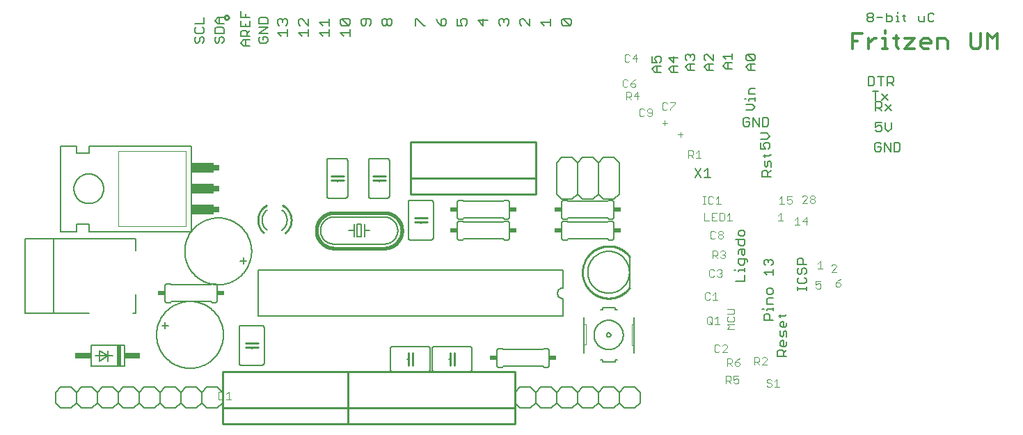
<source format=gto>
G75*
%MOIN*%
%OFA0B0*%
%FSLAX25Y25*%
%IPPOS*%
%LPD*%
%AMOC8*
5,1,8,0,0,1.08239X$1,22.5*
%
%ADD10C,0.01000*%
%ADD11C,0.00700*%
%ADD12C,0.01300*%
%ADD13C,0.00800*%
%ADD14C,0.00400*%
%ADD15C,0.00600*%
%ADD16C,0.00500*%
%ADD17R,0.02000X0.10000*%
%ADD18R,0.07500X0.03000*%
%ADD19C,0.00200*%
%ADD20R,0.02500X0.03000*%
%ADD21R,0.11000X0.05000*%
%ADD22R,0.03400X0.02400*%
%ADD23C,0.01600*%
D10*
X0169298Y0008833D02*
X0169298Y0016333D01*
X0229298Y0016333D01*
X0309298Y0016333D01*
X0309298Y0008833D01*
X0229298Y0008833D01*
X0229298Y0016333D01*
X0229298Y0033833D01*
X0309298Y0033833D01*
X0309298Y0016333D01*
X0280298Y0036833D02*
X0280298Y0039833D01*
X0280298Y0042833D01*
X0278298Y0042833D02*
X0278298Y0039833D01*
X0278298Y0036833D01*
X0260298Y0036833D02*
X0260298Y0039833D01*
X0260298Y0042833D01*
X0258298Y0042833D02*
X0258298Y0039833D01*
X0258298Y0036833D01*
X0229298Y0033833D02*
X0229298Y0016333D01*
X0229298Y0008833D01*
X0169298Y0008833D01*
X0169298Y0016333D02*
X0169298Y0033833D01*
X0229298Y0033833D01*
X0186298Y0045333D02*
X0183298Y0045333D01*
X0180298Y0045333D01*
X0180298Y0047333D02*
X0183298Y0047333D01*
X0186298Y0047333D01*
X0261298Y0105333D02*
X0264298Y0105333D01*
X0267298Y0105333D01*
X0267298Y0107333D02*
X0264298Y0107333D01*
X0261298Y0107333D01*
X0259298Y0118833D02*
X0259298Y0126333D01*
X0319298Y0126333D01*
X0319298Y0118833D01*
X0259298Y0118833D01*
X0247298Y0125333D02*
X0244298Y0125333D01*
X0241298Y0125333D01*
X0241298Y0127333D02*
X0244298Y0127333D01*
X0247298Y0127333D01*
X0259298Y0126333D02*
X0259298Y0143833D01*
X0319298Y0143833D01*
X0319298Y0126333D01*
X0227298Y0125333D02*
X0224298Y0125333D01*
X0221298Y0125333D01*
X0221298Y0127333D02*
X0224298Y0127333D01*
X0227298Y0127333D01*
X0190329Y0113280D02*
X0190160Y0113181D01*
X0189994Y0113077D01*
X0189830Y0112970D01*
X0189669Y0112859D01*
X0189511Y0112744D01*
X0189356Y0112625D01*
X0189203Y0112502D01*
X0189054Y0112376D01*
X0188908Y0112246D01*
X0188765Y0112112D01*
X0188625Y0111975D01*
X0188489Y0111835D01*
X0188356Y0111691D01*
X0188227Y0111544D01*
X0188101Y0111394D01*
X0187980Y0111241D01*
X0187861Y0111085D01*
X0187747Y0110926D01*
X0187637Y0110765D01*
X0187531Y0110600D01*
X0187428Y0110434D01*
X0187330Y0110264D01*
X0187236Y0110093D01*
X0187146Y0109919D01*
X0187061Y0109743D01*
X0186979Y0109565D01*
X0186903Y0109385D01*
X0186830Y0109203D01*
X0186762Y0109020D01*
X0186699Y0108835D01*
X0186640Y0108648D01*
X0186586Y0108460D01*
X0186536Y0108271D01*
X0186491Y0108081D01*
X0186451Y0107889D01*
X0186415Y0107697D01*
X0186384Y0107504D01*
X0186358Y0107310D01*
X0186336Y0107115D01*
X0186320Y0106920D01*
X0186308Y0106725D01*
X0186300Y0106529D01*
X0186298Y0106334D01*
X0198063Y0113392D02*
X0198231Y0113299D01*
X0198397Y0113203D01*
X0198561Y0113103D01*
X0198722Y0112998D01*
X0198881Y0112890D01*
X0199037Y0112778D01*
X0199191Y0112662D01*
X0199341Y0112543D01*
X0199489Y0112420D01*
X0199634Y0112294D01*
X0199775Y0112164D01*
X0199914Y0112031D01*
X0200049Y0111894D01*
X0200181Y0111754D01*
X0200309Y0111612D01*
X0200434Y0111466D01*
X0200556Y0111317D01*
X0200674Y0111165D01*
X0200788Y0111011D01*
X0200898Y0110853D01*
X0201005Y0110694D01*
X0201108Y0110531D01*
X0201207Y0110366D01*
X0201302Y0110199D01*
X0201392Y0110030D01*
X0201479Y0109859D01*
X0201562Y0109685D01*
X0201640Y0109510D01*
X0201714Y0109332D01*
X0201784Y0109153D01*
X0201850Y0108973D01*
X0201911Y0108791D01*
X0201968Y0108607D01*
X0202020Y0108422D01*
X0202068Y0108236D01*
X0202112Y0108049D01*
X0202151Y0107861D01*
X0202185Y0107672D01*
X0202215Y0107482D01*
X0202240Y0107292D01*
X0202261Y0107101D01*
X0202277Y0106909D01*
X0202289Y0106717D01*
X0202296Y0106525D01*
X0202298Y0106333D01*
X0189130Y0100226D02*
X0188984Y0100353D01*
X0188842Y0100482D01*
X0188702Y0100616D01*
X0188566Y0100752D01*
X0188433Y0100892D01*
X0188303Y0101035D01*
X0188177Y0101182D01*
X0188055Y0101331D01*
X0187936Y0101483D01*
X0187821Y0101638D01*
X0187709Y0101795D01*
X0187602Y0101955D01*
X0187498Y0102118D01*
X0187399Y0102284D01*
X0187303Y0102451D01*
X0187211Y0102621D01*
X0187124Y0102793D01*
X0187040Y0102967D01*
X0186961Y0103143D01*
X0186887Y0103321D01*
X0186816Y0103501D01*
X0186750Y0103682D01*
X0186688Y0103865D01*
X0186631Y0104049D01*
X0186578Y0104235D01*
X0186530Y0104422D01*
X0186486Y0104610D01*
X0186447Y0104799D01*
X0186412Y0104989D01*
X0186382Y0105179D01*
X0186356Y0105370D01*
X0186335Y0105562D01*
X0186319Y0105755D01*
X0186307Y0105947D01*
X0186300Y0106140D01*
X0186298Y0106333D01*
X0199420Y0100187D02*
X0199568Y0100314D01*
X0199713Y0100444D01*
X0199854Y0100577D01*
X0199993Y0100714D01*
X0200128Y0100854D01*
X0200259Y0100998D01*
X0200387Y0101145D01*
X0200512Y0101294D01*
X0200633Y0101447D01*
X0200750Y0101602D01*
X0200863Y0101761D01*
X0200972Y0101922D01*
X0201077Y0102086D01*
X0201179Y0102252D01*
X0201276Y0102421D01*
X0201369Y0102591D01*
X0201458Y0102765D01*
X0201543Y0102940D01*
X0201623Y0103117D01*
X0201699Y0103296D01*
X0201771Y0103477D01*
X0201838Y0103660D01*
X0201901Y0103844D01*
X0201959Y0104030D01*
X0202013Y0104217D01*
X0202062Y0104405D01*
X0202107Y0104595D01*
X0202147Y0104785D01*
X0202182Y0104977D01*
X0202213Y0105169D01*
X0202239Y0105362D01*
X0202260Y0105556D01*
X0202277Y0105750D01*
X0202289Y0105944D01*
X0202296Y0106138D01*
X0202298Y0106333D01*
X0364298Y0088833D02*
X0364111Y0089076D01*
X0363919Y0089314D01*
X0363720Y0089547D01*
X0363516Y0089775D01*
X0363307Y0089998D01*
X0363092Y0090216D01*
X0362872Y0090429D01*
X0362647Y0090636D01*
X0362416Y0090838D01*
X0362181Y0091034D01*
X0361941Y0091224D01*
X0361697Y0091408D01*
X0361448Y0091586D01*
X0361194Y0091758D01*
X0360937Y0091924D01*
X0360676Y0092084D01*
X0360411Y0092237D01*
X0360142Y0092383D01*
X0359869Y0092523D01*
X0359594Y0092656D01*
X0359315Y0092782D01*
X0359033Y0092902D01*
X0358748Y0093014D01*
X0358461Y0093119D01*
X0358171Y0093218D01*
X0357879Y0093309D01*
X0357584Y0093393D01*
X0357288Y0093470D01*
X0356990Y0093540D01*
X0356690Y0093602D01*
X0356389Y0093657D01*
X0356087Y0093704D01*
X0355783Y0093744D01*
X0355479Y0093777D01*
X0355174Y0093802D01*
X0354868Y0093820D01*
X0354562Y0093830D01*
X0354256Y0093833D01*
X0353950Y0093828D01*
X0353644Y0093816D01*
X0353338Y0093796D01*
X0353034Y0093769D01*
X0352729Y0093734D01*
X0352426Y0093692D01*
X0352124Y0093643D01*
X0351823Y0093586D01*
X0351524Y0093521D01*
X0351226Y0093450D01*
X0350931Y0093371D01*
X0350637Y0093285D01*
X0350345Y0093192D01*
X0350056Y0093091D01*
X0349769Y0092984D01*
X0349485Y0092869D01*
X0349204Y0092748D01*
X0348926Y0092620D01*
X0348651Y0092485D01*
X0348380Y0092343D01*
X0348112Y0092195D01*
X0347848Y0092040D01*
X0347588Y0091879D01*
X0347332Y0091712D01*
X0347079Y0091538D01*
X0346832Y0091358D01*
X0346588Y0091172D01*
X0346350Y0090981D01*
X0346116Y0090783D01*
X0345887Y0090580D01*
X0345663Y0090371D01*
X0345444Y0090157D01*
X0345231Y0089937D01*
X0345023Y0089713D01*
X0344820Y0089483D01*
X0344624Y0089249D01*
X0344433Y0089009D01*
X0344248Y0088766D01*
X0344069Y0088517D01*
X0343896Y0088265D01*
X0343729Y0088008D01*
X0343569Y0087747D01*
X0343415Y0087482D01*
X0343268Y0087214D01*
X0343127Y0086942D01*
X0342993Y0086667D01*
X0342866Y0086388D01*
X0342745Y0086107D01*
X0342632Y0085822D01*
X0342526Y0085535D01*
X0342426Y0085246D01*
X0342334Y0084954D01*
X0342249Y0084660D01*
X0342171Y0084364D01*
X0342100Y0084066D01*
X0342037Y0083766D01*
X0341981Y0083465D01*
X0341933Y0083163D01*
X0341892Y0082860D01*
X0341858Y0082556D01*
X0341832Y0082251D01*
X0341813Y0081945D01*
X0341802Y0081639D01*
X0341798Y0081333D01*
X0341802Y0081027D01*
X0341813Y0080721D01*
X0341832Y0080415D01*
X0341858Y0080110D01*
X0341892Y0079806D01*
X0341933Y0079503D01*
X0341981Y0079201D01*
X0342037Y0078900D01*
X0342100Y0078600D01*
X0342171Y0078302D01*
X0342249Y0078006D01*
X0342334Y0077712D01*
X0342426Y0077420D01*
X0342526Y0077131D01*
X0342632Y0076844D01*
X0342745Y0076559D01*
X0342866Y0076278D01*
X0342993Y0075999D01*
X0343127Y0075724D01*
X0343268Y0075452D01*
X0343415Y0075184D01*
X0343569Y0074919D01*
X0343729Y0074658D01*
X0343896Y0074401D01*
X0344069Y0074149D01*
X0344248Y0073900D01*
X0344433Y0073657D01*
X0344624Y0073417D01*
X0344820Y0073183D01*
X0345023Y0072953D01*
X0345231Y0072729D01*
X0345444Y0072509D01*
X0345663Y0072295D01*
X0345887Y0072086D01*
X0346116Y0071883D01*
X0346350Y0071685D01*
X0346588Y0071494D01*
X0346832Y0071308D01*
X0347079Y0071128D01*
X0347332Y0070954D01*
X0347588Y0070787D01*
X0347848Y0070626D01*
X0348112Y0070471D01*
X0348380Y0070323D01*
X0348651Y0070181D01*
X0348926Y0070046D01*
X0349204Y0069918D01*
X0349485Y0069797D01*
X0349769Y0069682D01*
X0350056Y0069575D01*
X0350345Y0069474D01*
X0350637Y0069381D01*
X0350931Y0069295D01*
X0351226Y0069216D01*
X0351524Y0069145D01*
X0351823Y0069080D01*
X0352124Y0069023D01*
X0352426Y0068974D01*
X0352729Y0068932D01*
X0353034Y0068897D01*
X0353338Y0068870D01*
X0353644Y0068850D01*
X0353950Y0068838D01*
X0354256Y0068833D01*
X0354562Y0068836D01*
X0354868Y0068846D01*
X0355174Y0068864D01*
X0355479Y0068889D01*
X0355783Y0068922D01*
X0356087Y0068962D01*
X0356389Y0069009D01*
X0356690Y0069064D01*
X0356990Y0069126D01*
X0357288Y0069196D01*
X0357584Y0069273D01*
X0357879Y0069357D01*
X0358171Y0069448D01*
X0358461Y0069547D01*
X0358748Y0069652D01*
X0359033Y0069764D01*
X0359315Y0069884D01*
X0359594Y0070010D01*
X0359869Y0070143D01*
X0360142Y0070283D01*
X0360411Y0070429D01*
X0360676Y0070582D01*
X0360937Y0070742D01*
X0361194Y0070908D01*
X0361448Y0071080D01*
X0361697Y0071258D01*
X0361941Y0071442D01*
X0362181Y0071632D01*
X0362416Y0071828D01*
X0362647Y0072030D01*
X0362872Y0072237D01*
X0363092Y0072450D01*
X0363307Y0072668D01*
X0363516Y0072891D01*
X0363720Y0073119D01*
X0363919Y0073352D01*
X0364111Y0073590D01*
X0364298Y0073833D01*
X0170298Y0203333D02*
X0170300Y0203396D01*
X0170306Y0203458D01*
X0170316Y0203520D01*
X0170329Y0203582D01*
X0170347Y0203642D01*
X0170368Y0203701D01*
X0170393Y0203759D01*
X0170422Y0203815D01*
X0170454Y0203869D01*
X0170489Y0203921D01*
X0170527Y0203970D01*
X0170569Y0204018D01*
X0170613Y0204062D01*
X0170661Y0204104D01*
X0170710Y0204142D01*
X0170762Y0204177D01*
X0170816Y0204209D01*
X0170872Y0204238D01*
X0170930Y0204263D01*
X0170989Y0204284D01*
X0171049Y0204302D01*
X0171111Y0204315D01*
X0171173Y0204325D01*
X0171235Y0204331D01*
X0171298Y0204333D01*
X0171361Y0204331D01*
X0171423Y0204325D01*
X0171485Y0204315D01*
X0171547Y0204302D01*
X0171607Y0204284D01*
X0171666Y0204263D01*
X0171724Y0204238D01*
X0171780Y0204209D01*
X0171834Y0204177D01*
X0171886Y0204142D01*
X0171935Y0204104D01*
X0171983Y0204062D01*
X0172027Y0204018D01*
X0172069Y0203970D01*
X0172107Y0203921D01*
X0172142Y0203869D01*
X0172174Y0203815D01*
X0172203Y0203759D01*
X0172228Y0203701D01*
X0172249Y0203642D01*
X0172267Y0203582D01*
X0172280Y0203520D01*
X0172290Y0203458D01*
X0172296Y0203396D01*
X0172298Y0203333D01*
X0172296Y0203270D01*
X0172290Y0203208D01*
X0172280Y0203146D01*
X0172267Y0203084D01*
X0172249Y0203024D01*
X0172228Y0202965D01*
X0172203Y0202907D01*
X0172174Y0202851D01*
X0172142Y0202797D01*
X0172107Y0202745D01*
X0172069Y0202696D01*
X0172027Y0202648D01*
X0171983Y0202604D01*
X0171935Y0202562D01*
X0171886Y0202524D01*
X0171834Y0202489D01*
X0171780Y0202457D01*
X0171724Y0202428D01*
X0171666Y0202403D01*
X0171607Y0202382D01*
X0171547Y0202364D01*
X0171485Y0202351D01*
X0171423Y0202341D01*
X0171361Y0202335D01*
X0171298Y0202333D01*
X0171235Y0202335D01*
X0171173Y0202341D01*
X0171111Y0202351D01*
X0171049Y0202364D01*
X0170989Y0202382D01*
X0170930Y0202403D01*
X0170872Y0202428D01*
X0170816Y0202457D01*
X0170762Y0202489D01*
X0170710Y0202524D01*
X0170661Y0202562D01*
X0170613Y0202604D01*
X0170569Y0202648D01*
X0170527Y0202696D01*
X0170489Y0202745D01*
X0170454Y0202797D01*
X0170422Y0202851D01*
X0170393Y0202907D01*
X0170368Y0202965D01*
X0170347Y0203024D01*
X0170329Y0203084D01*
X0170316Y0203146D01*
X0170306Y0203208D01*
X0170300Y0203270D01*
X0170298Y0203333D01*
D11*
X0169948Y0203260D02*
X0167079Y0203260D01*
X0165644Y0201826D01*
X0167079Y0200391D01*
X0169948Y0200391D01*
X0169231Y0198656D02*
X0166362Y0198656D01*
X0165644Y0197939D01*
X0165644Y0195787D01*
X0169948Y0195787D01*
X0169948Y0197939D01*
X0169231Y0198656D01*
X0167796Y0200391D02*
X0167796Y0203260D01*
X0160448Y0203260D02*
X0160448Y0200391D01*
X0156144Y0200391D01*
X0156862Y0198656D02*
X0156144Y0197939D01*
X0156144Y0196505D01*
X0156862Y0195787D01*
X0159731Y0195787D01*
X0160448Y0196505D01*
X0160448Y0197939D01*
X0159731Y0198656D01*
X0159731Y0194052D02*
X0160448Y0193335D01*
X0160448Y0191901D01*
X0159731Y0191183D01*
X0158296Y0191901D02*
X0158296Y0193335D01*
X0159013Y0194052D01*
X0159731Y0194052D01*
X0158296Y0191901D02*
X0157579Y0191183D01*
X0156862Y0191183D01*
X0156144Y0191901D01*
X0156144Y0193335D01*
X0156862Y0194052D01*
X0165644Y0193335D02*
X0165644Y0191901D01*
X0166362Y0191183D01*
X0167079Y0191183D01*
X0167796Y0191901D01*
X0167796Y0193335D01*
X0168513Y0194052D01*
X0169231Y0194052D01*
X0169948Y0193335D01*
X0169948Y0191901D01*
X0169231Y0191183D01*
X0166362Y0194052D02*
X0165644Y0193335D01*
X0178144Y0194287D02*
X0178144Y0196439D01*
X0178862Y0197156D01*
X0180296Y0197156D01*
X0181013Y0196439D01*
X0181013Y0194287D01*
X0181013Y0195722D02*
X0182448Y0197156D01*
X0182448Y0198891D02*
X0178144Y0198891D01*
X0178144Y0201760D01*
X0178144Y0203495D02*
X0178144Y0206364D01*
X0180296Y0204930D02*
X0180296Y0203495D01*
X0182448Y0203495D02*
X0178144Y0203495D01*
X0180296Y0200326D02*
X0180296Y0198891D01*
X0182448Y0198891D02*
X0182448Y0201760D01*
X0186644Y0202543D02*
X0186644Y0200391D01*
X0190948Y0200391D01*
X0190948Y0202543D01*
X0190231Y0203260D01*
X0187362Y0203260D01*
X0186644Y0202543D01*
X0195644Y0201979D02*
X0196461Y0202796D01*
X0197279Y0202796D01*
X0198096Y0201979D01*
X0198913Y0202796D01*
X0199731Y0202796D01*
X0200548Y0201979D01*
X0200548Y0200344D01*
X0199731Y0199527D01*
X0200548Y0197640D02*
X0200548Y0194371D01*
X0200548Y0196005D02*
X0195644Y0196005D01*
X0197279Y0194371D01*
X0205644Y0196005D02*
X0210548Y0196005D01*
X0210548Y0194371D02*
X0210548Y0197640D01*
X0210548Y0199527D02*
X0207279Y0202796D01*
X0206461Y0202796D01*
X0205644Y0201979D01*
X0205644Y0200344D01*
X0206461Y0199527D01*
X0205644Y0196005D02*
X0207279Y0194371D01*
X0210548Y0199527D02*
X0210548Y0202796D01*
X0215644Y0201162D02*
X0220548Y0201162D01*
X0220548Y0202796D02*
X0220548Y0199527D01*
X0220548Y0197640D02*
X0220548Y0194371D01*
X0220548Y0196005D02*
X0215644Y0196005D01*
X0217279Y0194371D01*
X0217279Y0199527D02*
X0215644Y0201162D01*
X0225644Y0201979D02*
X0226461Y0202796D01*
X0229731Y0199527D01*
X0230548Y0200344D01*
X0230548Y0201979D01*
X0229731Y0202796D01*
X0226461Y0202796D01*
X0225644Y0201979D02*
X0225644Y0200344D01*
X0226461Y0199527D01*
X0229731Y0199527D01*
X0230548Y0197640D02*
X0230548Y0194371D01*
X0230548Y0196005D02*
X0225644Y0196005D01*
X0227279Y0194371D01*
X0235644Y0200344D02*
X0236461Y0199527D01*
X0237279Y0199527D01*
X0238096Y0200344D01*
X0238096Y0202796D01*
X0239731Y0202796D02*
X0236461Y0202796D01*
X0235644Y0201979D01*
X0235644Y0200344D01*
X0239731Y0199527D02*
X0240548Y0200344D01*
X0240548Y0201979D01*
X0239731Y0202796D01*
X0245644Y0201979D02*
X0246461Y0202796D01*
X0247279Y0202796D01*
X0248096Y0201979D01*
X0248096Y0200344D01*
X0247279Y0199527D01*
X0246461Y0199527D01*
X0245644Y0200344D01*
X0245644Y0201979D01*
X0248096Y0201979D02*
X0248913Y0202796D01*
X0249731Y0202796D01*
X0250548Y0201979D01*
X0250548Y0200344D01*
X0249731Y0199527D01*
X0248913Y0199527D01*
X0248096Y0200344D01*
X0261644Y0199527D02*
X0261644Y0202796D01*
X0262461Y0202796D01*
X0265731Y0199527D01*
X0266548Y0199527D01*
X0271644Y0202796D02*
X0272461Y0201162D01*
X0274096Y0199527D01*
X0274096Y0201979D01*
X0274913Y0202796D01*
X0275731Y0202796D01*
X0276548Y0201979D01*
X0276548Y0200344D01*
X0275731Y0199527D01*
X0274096Y0199527D01*
X0281644Y0199527D02*
X0284096Y0199527D01*
X0283279Y0201162D01*
X0283279Y0201979D01*
X0284096Y0202796D01*
X0285731Y0202796D01*
X0286548Y0201979D01*
X0286548Y0200344D01*
X0285731Y0199527D01*
X0281644Y0199527D02*
X0281644Y0202796D01*
X0291644Y0201979D02*
X0294096Y0199527D01*
X0294096Y0202796D01*
X0296548Y0201979D02*
X0291644Y0201979D01*
X0301644Y0201979D02*
X0302461Y0202796D01*
X0303279Y0202796D01*
X0304096Y0201979D01*
X0304913Y0202796D01*
X0305731Y0202796D01*
X0306548Y0201979D01*
X0306548Y0200344D01*
X0305731Y0199527D01*
X0304096Y0201162D02*
X0304096Y0201979D01*
X0301644Y0201979D02*
X0301644Y0200344D01*
X0302461Y0199527D01*
X0311644Y0200344D02*
X0312461Y0199527D01*
X0311644Y0200344D02*
X0311644Y0201979D01*
X0312461Y0202796D01*
X0313279Y0202796D01*
X0316548Y0199527D01*
X0316548Y0202796D01*
X0321644Y0201162D02*
X0326548Y0201162D01*
X0326548Y0202796D02*
X0326548Y0199527D01*
X0323279Y0199527D02*
X0321644Y0201162D01*
X0331644Y0201979D02*
X0332461Y0202796D01*
X0335731Y0199527D01*
X0336548Y0200344D01*
X0336548Y0201979D01*
X0335731Y0202796D01*
X0332461Y0202796D01*
X0331644Y0201979D02*
X0331644Y0200344D01*
X0332461Y0199527D01*
X0335731Y0199527D01*
X0375144Y0184656D02*
X0375144Y0181787D01*
X0377296Y0181787D01*
X0376579Y0183222D01*
X0376579Y0183939D01*
X0377296Y0184656D01*
X0378731Y0184656D01*
X0379448Y0183939D01*
X0379448Y0182505D01*
X0378731Y0181787D01*
X0379448Y0180052D02*
X0376579Y0180052D01*
X0375144Y0178618D01*
X0376579Y0177183D01*
X0379448Y0177183D01*
X0377296Y0177183D02*
X0377296Y0180052D01*
X0383144Y0178618D02*
X0384579Y0177183D01*
X0387448Y0177183D01*
X0385296Y0177183D02*
X0385296Y0180052D01*
X0384579Y0180052D02*
X0387448Y0180052D01*
X0385296Y0181787D02*
X0385296Y0184656D01*
X0383144Y0183939D02*
X0385296Y0181787D01*
X0384579Y0180052D02*
X0383144Y0178618D01*
X0391144Y0179618D02*
X0392579Y0178183D01*
X0395448Y0178183D01*
X0393296Y0178183D02*
X0393296Y0181052D01*
X0392579Y0181052D02*
X0395448Y0181052D01*
X0394731Y0182787D02*
X0395448Y0183505D01*
X0395448Y0184939D01*
X0394731Y0185656D01*
X0394013Y0185656D01*
X0393296Y0184939D01*
X0393296Y0184222D01*
X0393296Y0184939D02*
X0392579Y0185656D01*
X0391862Y0185656D01*
X0391144Y0184939D01*
X0391144Y0183505D01*
X0391862Y0182787D01*
X0392579Y0181052D02*
X0391144Y0179618D01*
X0387448Y0183939D02*
X0383144Y0183939D01*
X0400144Y0183505D02*
X0400862Y0182787D01*
X0400144Y0183505D02*
X0400144Y0184939D01*
X0400862Y0185656D01*
X0401579Y0185656D01*
X0404448Y0182787D01*
X0404448Y0185656D01*
X0404448Y0181052D02*
X0401579Y0181052D01*
X0400144Y0179618D01*
X0401579Y0178183D01*
X0404448Y0178183D01*
X0402296Y0178183D02*
X0402296Y0181052D01*
X0409144Y0180118D02*
X0410579Y0181552D01*
X0413448Y0181552D01*
X0413448Y0183287D02*
X0413448Y0186156D01*
X0413448Y0184722D02*
X0409144Y0184722D01*
X0410579Y0183287D01*
X0411296Y0181552D02*
X0411296Y0178683D01*
X0410579Y0178683D02*
X0409144Y0180118D01*
X0410579Y0178683D02*
X0413448Y0178683D01*
X0420144Y0179618D02*
X0421579Y0181052D01*
X0424448Y0181052D01*
X0423731Y0182787D02*
X0420862Y0185656D01*
X0423731Y0185656D01*
X0424448Y0184939D01*
X0424448Y0183505D01*
X0423731Y0182787D01*
X0420862Y0182787D01*
X0420144Y0183505D01*
X0420144Y0184939D01*
X0420862Y0185656D01*
X0422296Y0181052D02*
X0422296Y0178183D01*
X0421579Y0178183D02*
X0420144Y0179618D01*
X0421579Y0178183D02*
X0424448Y0178183D01*
X0424448Y0169448D02*
X0422296Y0169448D01*
X0421579Y0168731D01*
X0421579Y0166579D01*
X0424448Y0166579D01*
X0424448Y0164945D02*
X0424448Y0163510D01*
X0424448Y0164227D02*
X0421579Y0164227D01*
X0421579Y0163510D01*
X0420144Y0164227D02*
X0419427Y0164227D01*
X0420144Y0161775D02*
X0423013Y0161775D01*
X0424448Y0160341D01*
X0423013Y0158906D01*
X0420144Y0158906D01*
X0419553Y0155487D02*
X0418836Y0154770D01*
X0418836Y0151901D01*
X0419553Y0151183D01*
X0420988Y0151183D01*
X0421705Y0151901D01*
X0421705Y0153335D01*
X0420271Y0153335D01*
X0421705Y0154770D02*
X0420988Y0155487D01*
X0419553Y0155487D01*
X0423440Y0155487D02*
X0426309Y0151183D01*
X0426309Y0155487D01*
X0428044Y0155487D02*
X0430196Y0155487D01*
X0430913Y0154770D01*
X0430913Y0151901D01*
X0430196Y0151183D01*
X0428044Y0151183D01*
X0428044Y0155487D01*
X0423440Y0155487D02*
X0423440Y0151183D01*
X0427144Y0147948D02*
X0430013Y0147948D01*
X0431448Y0146514D01*
X0430013Y0145079D01*
X0427144Y0145079D01*
X0427144Y0143345D02*
X0427144Y0140475D01*
X0429296Y0140475D01*
X0428579Y0141910D01*
X0428579Y0142627D01*
X0429296Y0143345D01*
X0430731Y0143345D01*
X0431448Y0142627D01*
X0431448Y0141193D01*
X0430731Y0140475D01*
X0431948Y0137826D02*
X0431231Y0137108D01*
X0428362Y0137108D01*
X0429079Y0136391D02*
X0429079Y0137826D01*
X0429079Y0134656D02*
X0429079Y0132505D01*
X0429796Y0131787D01*
X0430513Y0132505D01*
X0430513Y0133939D01*
X0431231Y0134656D01*
X0431948Y0133939D01*
X0431948Y0131787D01*
X0431948Y0130052D02*
X0430513Y0128618D01*
X0430513Y0129335D02*
X0430513Y0127183D01*
X0431948Y0127183D02*
X0427644Y0127183D01*
X0427644Y0129335D01*
X0428362Y0130052D01*
X0429796Y0130052D01*
X0430513Y0129335D01*
X0403121Y0126683D02*
X0400252Y0126683D01*
X0401686Y0126683D02*
X0401686Y0130987D01*
X0400252Y0129552D01*
X0398517Y0130987D02*
X0395648Y0126683D01*
X0398517Y0126683D02*
X0395648Y0130987D01*
X0417296Y0101537D02*
X0416579Y0100820D01*
X0416579Y0099386D01*
X0417296Y0098668D01*
X0418731Y0098668D01*
X0419448Y0099386D01*
X0419448Y0100820D01*
X0418731Y0101537D01*
X0417296Y0101537D01*
X0416579Y0096933D02*
X0416579Y0094782D01*
X0417296Y0094064D01*
X0418731Y0094064D01*
X0419448Y0094782D01*
X0419448Y0096933D01*
X0415144Y0096933D01*
X0417296Y0092330D02*
X0419448Y0092330D01*
X0419448Y0090178D01*
X0418731Y0089460D01*
X0418013Y0090178D01*
X0418013Y0092330D01*
X0417296Y0092330D02*
X0416579Y0091612D01*
X0416579Y0090178D01*
X0416579Y0087726D02*
X0416579Y0085574D01*
X0417296Y0084857D01*
X0418731Y0084857D01*
X0419448Y0085574D01*
X0419448Y0087726D01*
X0420165Y0087726D02*
X0416579Y0087726D01*
X0420165Y0087726D02*
X0420883Y0087008D01*
X0420883Y0086291D01*
X0419448Y0083222D02*
X0419448Y0081787D01*
X0419448Y0082505D02*
X0416579Y0082505D01*
X0416579Y0081787D01*
X0415144Y0082505D02*
X0414427Y0082505D01*
X0419448Y0080052D02*
X0419448Y0077183D01*
X0415144Y0077183D01*
X0428644Y0081410D02*
X0432948Y0081410D01*
X0432948Y0079975D02*
X0432948Y0082845D01*
X0432231Y0084579D02*
X0432948Y0085297D01*
X0432948Y0086731D01*
X0432231Y0087448D01*
X0431513Y0087448D01*
X0430796Y0086731D01*
X0430796Y0086014D01*
X0430796Y0086731D02*
X0430079Y0087448D01*
X0429362Y0087448D01*
X0428644Y0086731D01*
X0428644Y0085297D01*
X0429362Y0084579D01*
X0428644Y0081410D02*
X0430079Y0079975D01*
X0430796Y0073637D02*
X0430079Y0072919D01*
X0430079Y0071485D01*
X0430796Y0070768D01*
X0432231Y0070768D01*
X0432948Y0071485D01*
X0432948Y0072919D01*
X0432231Y0073637D01*
X0430796Y0073637D01*
X0430796Y0069033D02*
X0432948Y0069033D01*
X0430796Y0069033D02*
X0430079Y0068315D01*
X0430079Y0066164D01*
X0432948Y0066164D01*
X0432948Y0064529D02*
X0432948Y0063094D01*
X0432948Y0063812D02*
X0430079Y0063812D01*
X0430079Y0063094D01*
X0428644Y0063812D02*
X0427927Y0063812D01*
X0429362Y0061360D02*
X0430796Y0061360D01*
X0431513Y0060642D01*
X0431513Y0058490D01*
X0432948Y0058490D02*
X0428644Y0058490D01*
X0428644Y0060642D01*
X0429362Y0061360D01*
X0435862Y0060316D02*
X0438731Y0060316D01*
X0439448Y0061034D01*
X0436579Y0061034D02*
X0436579Y0059599D01*
X0437296Y0057864D02*
X0438013Y0057864D01*
X0438013Y0054995D01*
X0437296Y0054995D02*
X0438731Y0054995D01*
X0439448Y0055712D01*
X0439448Y0057147D01*
X0437296Y0057864D02*
X0436579Y0057147D01*
X0436579Y0055712D01*
X0437296Y0054995D01*
X0436579Y0053260D02*
X0436579Y0051108D01*
X0437296Y0050391D01*
X0438013Y0051108D01*
X0438013Y0052543D01*
X0438731Y0053260D01*
X0439448Y0052543D01*
X0439448Y0050391D01*
X0438013Y0048656D02*
X0438013Y0045787D01*
X0437296Y0045787D02*
X0438731Y0045787D01*
X0439448Y0046505D01*
X0439448Y0047939D01*
X0438013Y0048656D02*
X0437296Y0048656D01*
X0436579Y0047939D01*
X0436579Y0046505D01*
X0437296Y0045787D01*
X0437296Y0044052D02*
X0438013Y0043335D01*
X0438013Y0041183D01*
X0438013Y0042618D02*
X0439448Y0044052D01*
X0437296Y0044052D02*
X0435862Y0044052D01*
X0435144Y0043335D01*
X0435144Y0041183D01*
X0439448Y0041183D01*
X0444644Y0072802D02*
X0444644Y0074237D01*
X0444644Y0073520D02*
X0448948Y0073520D01*
X0448948Y0074237D02*
X0448948Y0072802D01*
X0448231Y0075872D02*
X0448948Y0076589D01*
X0448948Y0078023D01*
X0448231Y0078741D01*
X0448231Y0080475D02*
X0448948Y0081193D01*
X0448948Y0082627D01*
X0448231Y0083345D01*
X0447513Y0083345D01*
X0446796Y0082627D01*
X0446796Y0081193D01*
X0446079Y0080475D01*
X0445362Y0080475D01*
X0444644Y0081193D01*
X0444644Y0082627D01*
X0445362Y0083345D01*
X0444644Y0085079D02*
X0444644Y0087231D01*
X0445362Y0087948D01*
X0446796Y0087948D01*
X0447513Y0087231D01*
X0447513Y0085079D01*
X0448948Y0085079D02*
X0444644Y0085079D01*
X0445362Y0078741D02*
X0444644Y0078023D01*
X0444644Y0076589D01*
X0445362Y0075872D01*
X0448231Y0075872D01*
X0482553Y0139183D02*
X0483988Y0139183D01*
X0484705Y0139901D01*
X0484705Y0141335D01*
X0483271Y0141335D01*
X0484705Y0142770D02*
X0483988Y0143487D01*
X0482553Y0143487D01*
X0481836Y0142770D01*
X0481836Y0139901D01*
X0482553Y0139183D01*
X0486440Y0139183D02*
X0486440Y0143487D01*
X0489309Y0139183D01*
X0489309Y0143487D01*
X0491044Y0143487D02*
X0493196Y0143487D01*
X0493913Y0142770D01*
X0493913Y0139901D01*
X0493196Y0139183D01*
X0491044Y0139183D01*
X0491044Y0143487D01*
X0488186Y0148683D02*
X0489621Y0150118D01*
X0489621Y0152987D01*
X0486752Y0152987D02*
X0486752Y0150118D01*
X0488186Y0148683D01*
X0485017Y0149401D02*
X0485017Y0150835D01*
X0484300Y0151552D01*
X0483583Y0151552D01*
X0482148Y0150835D01*
X0482148Y0152987D01*
X0485017Y0152987D01*
X0485017Y0149401D02*
X0484300Y0148683D01*
X0482865Y0148683D01*
X0482148Y0149401D01*
X0482148Y0158683D02*
X0482148Y0162987D01*
X0484300Y0162987D01*
X0485017Y0162270D01*
X0485017Y0160835D01*
X0484300Y0160118D01*
X0482148Y0160118D01*
X0483583Y0160118D02*
X0485017Y0158683D01*
X0486752Y0158683D02*
X0489621Y0161552D01*
X0488121Y0163683D02*
X0485252Y0166552D01*
X0483517Y0167987D02*
X0480648Y0167987D01*
X0482083Y0167987D02*
X0482083Y0163683D01*
X0485252Y0163683D02*
X0488121Y0166552D01*
X0487856Y0170683D02*
X0487856Y0174987D01*
X0490008Y0174987D01*
X0490725Y0174270D01*
X0490725Y0172835D01*
X0490008Y0172118D01*
X0487856Y0172118D01*
X0489290Y0172118D02*
X0490725Y0170683D01*
X0484686Y0170683D02*
X0484686Y0174987D01*
X0483252Y0174987D02*
X0486121Y0174987D01*
X0481517Y0174270D02*
X0480800Y0174987D01*
X0478648Y0174987D01*
X0478648Y0170683D01*
X0480800Y0170683D01*
X0481517Y0171401D01*
X0481517Y0174270D01*
X0486752Y0161552D02*
X0489621Y0158683D01*
X0198096Y0201162D02*
X0198096Y0201979D01*
X0195644Y0201979D02*
X0195644Y0200344D01*
X0196461Y0199527D01*
X0190948Y0198656D02*
X0186644Y0195787D01*
X0190948Y0195787D01*
X0190231Y0194052D02*
X0188796Y0194052D01*
X0188796Y0192618D01*
X0187362Y0194052D02*
X0186644Y0193335D01*
X0186644Y0191901D01*
X0187362Y0191183D01*
X0190231Y0191183D01*
X0190948Y0191901D01*
X0190948Y0193335D01*
X0190231Y0194052D01*
X0182448Y0194287D02*
X0178144Y0194287D01*
X0179579Y0192552D02*
X0182448Y0192552D01*
X0180296Y0192552D02*
X0180296Y0189683D01*
X0179579Y0189683D02*
X0178144Y0191118D01*
X0179579Y0192552D01*
X0179579Y0189683D02*
X0182448Y0189683D01*
X0186644Y0198656D02*
X0190948Y0198656D01*
D12*
X0470948Y0195790D02*
X0470948Y0188483D01*
X0470948Y0192136D02*
X0473383Y0192136D01*
X0478867Y0190919D02*
X0481302Y0193354D01*
X0482520Y0193354D01*
X0485466Y0193354D02*
X0486683Y0193354D01*
X0486683Y0188483D01*
X0485466Y0188483D02*
X0487901Y0188483D01*
X0491963Y0189701D02*
X0493180Y0188483D01*
X0491963Y0189701D02*
X0491963Y0194572D01*
X0493180Y0193354D02*
X0490745Y0193354D01*
X0486683Y0195790D02*
X0486683Y0197007D01*
X0496024Y0193354D02*
X0500895Y0193354D01*
X0496024Y0188483D01*
X0500895Y0188483D01*
X0503943Y0189701D02*
X0503943Y0192136D01*
X0505161Y0193354D01*
X0507596Y0193354D01*
X0508814Y0192136D01*
X0508814Y0190919D01*
X0503943Y0190919D01*
X0503943Y0189701D02*
X0505161Y0188483D01*
X0507596Y0188483D01*
X0511862Y0188483D02*
X0511862Y0193354D01*
X0515515Y0193354D01*
X0516732Y0192136D01*
X0516732Y0188483D01*
X0527699Y0189701D02*
X0528917Y0188483D01*
X0531352Y0188483D01*
X0532570Y0189701D01*
X0532570Y0195790D01*
X0535618Y0195790D02*
X0538053Y0193354D01*
X0540489Y0195790D01*
X0540489Y0188483D01*
X0535618Y0188483D02*
X0535618Y0195790D01*
X0527699Y0195790D02*
X0527699Y0189701D01*
X0478867Y0188483D02*
X0478867Y0193354D01*
X0475819Y0195790D02*
X0470948Y0195790D01*
D13*
X0478198Y0201934D02*
X0478198Y0202635D01*
X0478899Y0203335D01*
X0480300Y0203335D01*
X0481000Y0202635D01*
X0481000Y0201934D01*
X0480300Y0201233D01*
X0478899Y0201233D01*
X0478198Y0201934D01*
X0478899Y0203335D02*
X0478198Y0204036D01*
X0478198Y0204736D01*
X0478899Y0205437D01*
X0480300Y0205437D01*
X0481000Y0204736D01*
X0481000Y0204036D01*
X0480300Y0203335D01*
X0482802Y0203335D02*
X0485604Y0203335D01*
X0487406Y0204036D02*
X0489508Y0204036D01*
X0490208Y0203335D01*
X0490208Y0201934D01*
X0489508Y0201233D01*
X0487406Y0201233D01*
X0487406Y0205437D01*
X0492010Y0204036D02*
X0492710Y0204036D01*
X0492710Y0201233D01*
X0492010Y0201233D02*
X0493411Y0201233D01*
X0495780Y0201934D02*
X0496480Y0201233D01*
X0495780Y0201934D02*
X0495780Y0204736D01*
X0496480Y0204036D02*
X0495079Y0204036D01*
X0492710Y0205437D02*
X0492710Y0206138D01*
X0502752Y0204036D02*
X0502752Y0201934D01*
X0503453Y0201233D01*
X0505555Y0201233D01*
X0505555Y0204036D01*
X0507356Y0204736D02*
X0507356Y0201934D01*
X0508057Y0201233D01*
X0509458Y0201233D01*
X0510159Y0201934D01*
X0510159Y0204736D02*
X0509458Y0205437D01*
X0508057Y0205437D01*
X0507356Y0204736D01*
X0364298Y0088833D02*
X0364298Y0073833D01*
D14*
X0400498Y0071036D02*
X0400498Y0068634D01*
X0401098Y0068033D01*
X0402300Y0068033D01*
X0402900Y0068634D01*
X0404181Y0068033D02*
X0406583Y0068033D01*
X0405382Y0068033D02*
X0405382Y0071636D01*
X0404181Y0070435D01*
X0402900Y0071036D02*
X0402300Y0071636D01*
X0401098Y0071636D01*
X0400498Y0071036D01*
X0403098Y0079033D02*
X0404300Y0079033D01*
X0404900Y0079634D01*
X0406181Y0079634D02*
X0406782Y0079033D01*
X0407983Y0079033D01*
X0408583Y0079634D01*
X0408583Y0080234D01*
X0407983Y0080835D01*
X0407382Y0080835D01*
X0407983Y0080835D02*
X0408583Y0081435D01*
X0408583Y0082036D01*
X0407983Y0082636D01*
X0406782Y0082636D01*
X0406181Y0082036D01*
X0404900Y0082036D02*
X0404300Y0082636D01*
X0403098Y0082636D01*
X0402498Y0082036D01*
X0402498Y0079634D01*
X0403098Y0079033D01*
X0403998Y0088033D02*
X0403998Y0091636D01*
X0405800Y0091636D01*
X0406400Y0091036D01*
X0406400Y0089835D01*
X0405800Y0089234D01*
X0403998Y0089234D01*
X0405199Y0089234D02*
X0406400Y0088033D01*
X0407681Y0088634D02*
X0408282Y0088033D01*
X0409483Y0088033D01*
X0410083Y0088634D01*
X0410083Y0089234D01*
X0409483Y0089835D01*
X0408882Y0089835D01*
X0409483Y0089835D02*
X0410083Y0090435D01*
X0410083Y0091036D01*
X0409483Y0091636D01*
X0408282Y0091636D01*
X0407681Y0091036D01*
X0407282Y0097533D02*
X0406681Y0098134D01*
X0406681Y0098734D01*
X0407282Y0099335D01*
X0408483Y0099335D01*
X0409083Y0098734D01*
X0409083Y0098134D01*
X0408483Y0097533D01*
X0407282Y0097533D01*
X0407282Y0099335D02*
X0406681Y0099935D01*
X0406681Y0100536D01*
X0407282Y0101136D01*
X0408483Y0101136D01*
X0409083Y0100536D01*
X0409083Y0099935D01*
X0408483Y0099335D01*
X0405400Y0100536D02*
X0404800Y0101136D01*
X0403598Y0101136D01*
X0402998Y0100536D01*
X0402998Y0098134D01*
X0403598Y0097533D01*
X0404800Y0097533D01*
X0405400Y0098134D01*
X0406083Y0106033D02*
X0403681Y0106033D01*
X0403681Y0109636D01*
X0406083Y0109636D01*
X0407364Y0109636D02*
X0409166Y0109636D01*
X0409766Y0109036D01*
X0409766Y0106634D01*
X0409166Y0106033D01*
X0407364Y0106033D01*
X0407364Y0109636D01*
X0404882Y0107835D02*
X0403681Y0107835D01*
X0402400Y0106033D02*
X0399998Y0106033D01*
X0399998Y0109636D01*
X0400098Y0114033D02*
X0400098Y0117636D01*
X0399498Y0117636D02*
X0400699Y0117636D01*
X0401953Y0117036D02*
X0401953Y0114634D01*
X0402554Y0114033D01*
X0403755Y0114033D01*
X0404355Y0114634D01*
X0405637Y0114033D02*
X0408039Y0114033D01*
X0406838Y0114033D02*
X0406838Y0117636D01*
X0405637Y0116435D01*
X0404355Y0117036D02*
X0403755Y0117636D01*
X0402554Y0117636D01*
X0401953Y0117036D01*
X0400699Y0114033D02*
X0399498Y0114033D01*
X0411047Y0108435D02*
X0412248Y0109636D01*
X0412248Y0106033D01*
X0411047Y0106033D02*
X0413449Y0106033D01*
X0435498Y0106033D02*
X0437900Y0106033D01*
X0436699Y0106033D02*
X0436699Y0109636D01*
X0435498Y0108435D01*
X0443498Y0106435D02*
X0444699Y0107636D01*
X0444699Y0104033D01*
X0443498Y0104033D02*
X0445900Y0104033D01*
X0447181Y0105835D02*
X0449583Y0105835D01*
X0448983Y0107636D02*
X0448983Y0104033D01*
X0447181Y0105835D02*
X0448983Y0107636D01*
X0449400Y0114533D02*
X0446998Y0114533D01*
X0449400Y0116935D01*
X0449400Y0117536D01*
X0448800Y0118136D01*
X0447598Y0118136D01*
X0446998Y0117536D01*
X0450681Y0117536D02*
X0450681Y0116935D01*
X0451282Y0116335D01*
X0452483Y0116335D01*
X0453083Y0115734D01*
X0453083Y0115134D01*
X0452483Y0114533D01*
X0451282Y0114533D01*
X0450681Y0115134D01*
X0450681Y0115734D01*
X0451282Y0116335D01*
X0452483Y0116335D02*
X0453083Y0116935D01*
X0453083Y0117536D01*
X0452483Y0118136D01*
X0451282Y0118136D01*
X0450681Y0117536D01*
X0442083Y0117636D02*
X0439681Y0117636D01*
X0439681Y0115835D01*
X0440882Y0116435D01*
X0441483Y0116435D01*
X0442083Y0115835D01*
X0442083Y0114634D01*
X0441483Y0114033D01*
X0440282Y0114033D01*
X0439681Y0114634D01*
X0438400Y0114033D02*
X0435998Y0114033D01*
X0437199Y0114033D02*
X0437199Y0117636D01*
X0435998Y0116435D01*
X0398583Y0136033D02*
X0396181Y0136033D01*
X0397382Y0136033D02*
X0397382Y0139636D01*
X0396181Y0138435D01*
X0394900Y0137835D02*
X0394300Y0137234D01*
X0392498Y0137234D01*
X0392498Y0136033D02*
X0392498Y0139636D01*
X0394300Y0139636D01*
X0394900Y0139036D01*
X0394900Y0137835D01*
X0393699Y0137234D02*
X0394900Y0136033D01*
X0388699Y0146134D02*
X0388699Y0148536D01*
X0387498Y0147335D02*
X0389900Y0147335D01*
X0382400Y0152835D02*
X0379998Y0152835D01*
X0381199Y0154036D02*
X0381199Y0151634D01*
X0375083Y0156634D02*
X0375083Y0159036D01*
X0374483Y0159636D01*
X0373282Y0159636D01*
X0372681Y0159036D01*
X0372681Y0158435D01*
X0373282Y0157835D01*
X0375083Y0157835D01*
X0375083Y0156634D02*
X0374483Y0156033D01*
X0373282Y0156033D01*
X0372681Y0156634D01*
X0371400Y0156634D02*
X0370800Y0156033D01*
X0369598Y0156033D01*
X0368998Y0156634D01*
X0368998Y0159036D01*
X0369598Y0159636D01*
X0370800Y0159636D01*
X0371400Y0159036D01*
X0379998Y0159634D02*
X0379998Y0162036D01*
X0380598Y0162636D01*
X0381800Y0162636D01*
X0382400Y0162036D01*
X0383681Y0162636D02*
X0386083Y0162636D01*
X0386083Y0162036D01*
X0383681Y0159634D01*
X0383681Y0159033D01*
X0382400Y0159634D02*
X0381800Y0159033D01*
X0380598Y0159033D01*
X0379998Y0159634D01*
X0368116Y0164033D02*
X0368116Y0167636D01*
X0366315Y0165835D01*
X0368717Y0165835D01*
X0365034Y0165835D02*
X0365034Y0167036D01*
X0364433Y0167636D01*
X0362632Y0167636D01*
X0362632Y0164033D01*
X0362632Y0165234D02*
X0364433Y0165234D01*
X0365034Y0165835D01*
X0363833Y0165234D02*
X0365034Y0164033D01*
X0365415Y0170033D02*
X0366616Y0170033D01*
X0367217Y0170634D01*
X0367217Y0171234D01*
X0366616Y0171835D01*
X0364815Y0171835D01*
X0364815Y0170634D01*
X0365415Y0170033D01*
X0364815Y0171835D02*
X0366016Y0173036D01*
X0367217Y0173636D01*
X0363534Y0173036D02*
X0362933Y0173636D01*
X0361732Y0173636D01*
X0361132Y0173036D01*
X0361132Y0170634D01*
X0361732Y0170033D01*
X0362933Y0170033D01*
X0363534Y0170634D01*
X0363800Y0182033D02*
X0364400Y0182634D01*
X0363800Y0182033D02*
X0362598Y0182033D01*
X0361998Y0182634D01*
X0361998Y0185036D01*
X0362598Y0185636D01*
X0363800Y0185636D01*
X0364400Y0185036D01*
X0365681Y0183835D02*
X0368083Y0183835D01*
X0367483Y0185636D02*
X0365681Y0183835D01*
X0367483Y0185636D02*
X0367483Y0182033D01*
X0455699Y0086636D02*
X0455699Y0083033D01*
X0454498Y0083033D02*
X0456900Y0083033D01*
X0454498Y0085435D02*
X0455699Y0086636D01*
X0460998Y0084536D02*
X0461598Y0085136D01*
X0462800Y0085136D01*
X0463400Y0084536D01*
X0463400Y0083935D01*
X0460998Y0081533D01*
X0463400Y0081533D01*
X0465400Y0078136D02*
X0464199Y0077536D01*
X0462998Y0076335D01*
X0464800Y0076335D01*
X0465400Y0075734D01*
X0465400Y0075134D01*
X0464800Y0074533D01*
X0463598Y0074533D01*
X0462998Y0075134D01*
X0462998Y0076335D01*
X0455900Y0077136D02*
X0453498Y0077136D01*
X0453498Y0075335D01*
X0454699Y0075935D01*
X0455300Y0075935D01*
X0455900Y0075335D01*
X0455900Y0074134D01*
X0455300Y0073533D01*
X0454098Y0073533D01*
X0453498Y0074134D01*
X0414598Y0063201D02*
X0414598Y0062000D01*
X0413997Y0061400D01*
X0410995Y0061400D01*
X0411595Y0060119D02*
X0410995Y0059518D01*
X0410995Y0058317D01*
X0411595Y0057716D01*
X0413997Y0057716D01*
X0414598Y0058317D01*
X0414598Y0059518D01*
X0413997Y0060119D01*
X0414598Y0056435D02*
X0410995Y0056435D01*
X0412196Y0055234D01*
X0410995Y0054033D01*
X0414598Y0054033D01*
X0407583Y0056533D02*
X0405181Y0056533D01*
X0406382Y0056533D02*
X0406382Y0060136D01*
X0405181Y0058935D01*
X0403900Y0059536D02*
X0403900Y0057134D01*
X0403300Y0056533D01*
X0402098Y0056533D01*
X0401498Y0057134D01*
X0401498Y0059536D01*
X0402098Y0060136D01*
X0403300Y0060136D01*
X0403900Y0059536D01*
X0402699Y0057734D02*
X0403900Y0056533D01*
X0410995Y0063802D02*
X0413997Y0063802D01*
X0414598Y0063201D01*
X0410483Y0046636D02*
X0409282Y0046636D01*
X0408681Y0046036D01*
X0407400Y0046036D02*
X0406800Y0046636D01*
X0405598Y0046636D01*
X0404998Y0046036D01*
X0404998Y0043634D01*
X0405598Y0043033D01*
X0406800Y0043033D01*
X0407400Y0043634D01*
X0408681Y0043033D02*
X0411083Y0045435D01*
X0411083Y0046036D01*
X0410483Y0046636D01*
X0411083Y0043033D02*
X0408681Y0043033D01*
X0410998Y0040136D02*
X0412800Y0040136D01*
X0413400Y0039536D01*
X0413400Y0038335D01*
X0412800Y0037734D01*
X0410998Y0037734D01*
X0410998Y0036533D02*
X0410998Y0040136D01*
X0412199Y0037734D02*
X0413400Y0036533D01*
X0414681Y0037134D02*
X0415282Y0036533D01*
X0416483Y0036533D01*
X0417083Y0037134D01*
X0417083Y0037734D01*
X0416483Y0038335D01*
X0414681Y0038335D01*
X0414681Y0037134D01*
X0414681Y0038335D02*
X0415882Y0039536D01*
X0417083Y0040136D01*
X0423998Y0040636D02*
X0423998Y0037033D01*
X0423998Y0038234D02*
X0425800Y0038234D01*
X0426400Y0038835D01*
X0426400Y0040036D01*
X0425800Y0040636D01*
X0423998Y0040636D01*
X0425199Y0038234D02*
X0426400Y0037033D01*
X0427681Y0037033D02*
X0430083Y0039435D01*
X0430083Y0040036D01*
X0429483Y0040636D01*
X0428282Y0040636D01*
X0427681Y0040036D01*
X0427681Y0037033D02*
X0430083Y0037033D01*
X0416583Y0031636D02*
X0414181Y0031636D01*
X0414181Y0029835D01*
X0415382Y0030435D01*
X0415983Y0030435D01*
X0416583Y0029835D01*
X0416583Y0028634D01*
X0415983Y0028033D01*
X0414782Y0028033D01*
X0414181Y0028634D01*
X0412900Y0028033D02*
X0411699Y0029234D01*
X0412300Y0029234D02*
X0410498Y0029234D01*
X0410498Y0028033D02*
X0410498Y0031636D01*
X0412300Y0031636D01*
X0412900Y0031036D01*
X0412900Y0029835D01*
X0412300Y0029234D01*
X0429998Y0028935D02*
X0430598Y0028335D01*
X0431800Y0028335D01*
X0432400Y0027734D01*
X0432400Y0027134D01*
X0431800Y0026533D01*
X0430598Y0026533D01*
X0429998Y0027134D01*
X0429998Y0028935D02*
X0429998Y0029536D01*
X0430598Y0030136D01*
X0431800Y0030136D01*
X0432400Y0029536D01*
X0433681Y0028935D02*
X0434882Y0030136D01*
X0434882Y0026533D01*
X0433681Y0026533D02*
X0436083Y0026533D01*
X0173583Y0020533D02*
X0171181Y0020533D01*
X0172382Y0020533D02*
X0172382Y0024136D01*
X0171181Y0022935D01*
X0169900Y0023536D02*
X0169300Y0024136D01*
X0167498Y0024136D01*
X0167498Y0020533D01*
X0169300Y0020533D01*
X0169900Y0021134D01*
X0169900Y0023536D01*
D15*
X0091798Y0016333D02*
X0089298Y0018833D01*
X0089298Y0023833D01*
X0091798Y0026333D01*
X0096798Y0026333D01*
X0099298Y0023833D01*
X0101798Y0026333D01*
X0106798Y0026333D01*
X0109298Y0023833D01*
X0111798Y0026333D01*
X0116798Y0026333D01*
X0119298Y0023833D01*
X0121798Y0026333D01*
X0126798Y0026333D01*
X0129298Y0023833D01*
X0131798Y0026333D01*
X0136798Y0026333D01*
X0139298Y0023833D01*
X0141798Y0026333D01*
X0146798Y0026333D01*
X0149298Y0023833D01*
X0151798Y0026333D01*
X0156798Y0026333D01*
X0159298Y0023833D01*
X0161798Y0026333D01*
X0166798Y0026333D01*
X0169298Y0023833D01*
X0169298Y0018833D01*
X0166798Y0016333D01*
X0161798Y0016333D01*
X0159298Y0018833D01*
X0156798Y0016333D01*
X0151798Y0016333D01*
X0149298Y0018833D01*
X0149298Y0023833D01*
X0149298Y0018833D02*
X0146798Y0016333D01*
X0141798Y0016333D01*
X0139298Y0018833D01*
X0136798Y0016333D01*
X0131798Y0016333D01*
X0129298Y0018833D01*
X0126798Y0016333D01*
X0121798Y0016333D01*
X0119298Y0018833D01*
X0119298Y0023833D01*
X0119298Y0018833D02*
X0116798Y0016333D01*
X0111798Y0016333D01*
X0109298Y0018833D01*
X0106798Y0016333D01*
X0101798Y0016333D01*
X0099298Y0018833D01*
X0096798Y0016333D01*
X0091798Y0016333D01*
X0099298Y0018833D02*
X0099298Y0023833D01*
X0109298Y0023833D02*
X0109298Y0018833D01*
X0129298Y0018833D02*
X0129298Y0023833D01*
X0139298Y0023833D02*
X0139298Y0018833D01*
X0159298Y0018833D02*
X0159298Y0023833D01*
X0177298Y0037833D02*
X0177298Y0054833D01*
X0177300Y0054893D01*
X0177305Y0054954D01*
X0177314Y0055013D01*
X0177327Y0055072D01*
X0177343Y0055131D01*
X0177363Y0055188D01*
X0177386Y0055243D01*
X0177413Y0055298D01*
X0177442Y0055350D01*
X0177475Y0055401D01*
X0177511Y0055450D01*
X0177549Y0055496D01*
X0177591Y0055540D01*
X0177635Y0055582D01*
X0177681Y0055620D01*
X0177730Y0055656D01*
X0177781Y0055689D01*
X0177833Y0055718D01*
X0177888Y0055745D01*
X0177943Y0055768D01*
X0178000Y0055788D01*
X0178059Y0055804D01*
X0178118Y0055817D01*
X0178177Y0055826D01*
X0178238Y0055831D01*
X0178298Y0055833D01*
X0188298Y0055833D01*
X0188358Y0055831D01*
X0188419Y0055826D01*
X0188478Y0055817D01*
X0188537Y0055804D01*
X0188596Y0055788D01*
X0188653Y0055768D01*
X0188708Y0055745D01*
X0188763Y0055718D01*
X0188815Y0055689D01*
X0188866Y0055656D01*
X0188915Y0055620D01*
X0188961Y0055582D01*
X0189005Y0055540D01*
X0189047Y0055496D01*
X0189085Y0055450D01*
X0189121Y0055401D01*
X0189154Y0055350D01*
X0189183Y0055298D01*
X0189210Y0055243D01*
X0189233Y0055188D01*
X0189253Y0055131D01*
X0189269Y0055072D01*
X0189282Y0055013D01*
X0189291Y0054954D01*
X0189296Y0054893D01*
X0189298Y0054833D01*
X0189298Y0037833D01*
X0189296Y0037773D01*
X0189291Y0037712D01*
X0189282Y0037653D01*
X0189269Y0037594D01*
X0189253Y0037535D01*
X0189233Y0037478D01*
X0189210Y0037423D01*
X0189183Y0037368D01*
X0189154Y0037316D01*
X0189121Y0037265D01*
X0189085Y0037216D01*
X0189047Y0037170D01*
X0189005Y0037126D01*
X0188961Y0037084D01*
X0188915Y0037046D01*
X0188866Y0037010D01*
X0188815Y0036977D01*
X0188763Y0036948D01*
X0188708Y0036921D01*
X0188653Y0036898D01*
X0188596Y0036878D01*
X0188537Y0036862D01*
X0188478Y0036849D01*
X0188419Y0036840D01*
X0188358Y0036835D01*
X0188298Y0036833D01*
X0178298Y0036833D01*
X0178238Y0036835D01*
X0178177Y0036840D01*
X0178118Y0036849D01*
X0178059Y0036862D01*
X0178000Y0036878D01*
X0177943Y0036898D01*
X0177888Y0036921D01*
X0177833Y0036948D01*
X0177781Y0036977D01*
X0177730Y0037010D01*
X0177681Y0037046D01*
X0177635Y0037084D01*
X0177591Y0037126D01*
X0177549Y0037170D01*
X0177511Y0037216D01*
X0177475Y0037265D01*
X0177442Y0037316D01*
X0177413Y0037368D01*
X0177386Y0037423D01*
X0177363Y0037478D01*
X0177343Y0037535D01*
X0177327Y0037594D01*
X0177314Y0037653D01*
X0177305Y0037712D01*
X0177300Y0037773D01*
X0177298Y0037833D01*
X0183298Y0044833D02*
X0183298Y0045333D01*
X0183298Y0047333D02*
X0183298Y0047833D01*
X0137798Y0051333D02*
X0137803Y0051726D01*
X0137817Y0052118D01*
X0137841Y0052510D01*
X0137875Y0052901D01*
X0137918Y0053292D01*
X0137971Y0053681D01*
X0138034Y0054068D01*
X0138105Y0054454D01*
X0138187Y0054839D01*
X0138277Y0055221D01*
X0138378Y0055600D01*
X0138487Y0055978D01*
X0138606Y0056352D01*
X0138733Y0056723D01*
X0138870Y0057091D01*
X0139016Y0057456D01*
X0139171Y0057817D01*
X0139334Y0058174D01*
X0139506Y0058527D01*
X0139687Y0058875D01*
X0139877Y0059219D01*
X0140074Y0059559D01*
X0140280Y0059893D01*
X0140494Y0060222D01*
X0140717Y0060546D01*
X0140947Y0060864D01*
X0141184Y0061177D01*
X0141430Y0061483D01*
X0141683Y0061784D01*
X0141943Y0062078D01*
X0142210Y0062366D01*
X0142484Y0062647D01*
X0142765Y0062921D01*
X0143053Y0063188D01*
X0143347Y0063448D01*
X0143648Y0063701D01*
X0143954Y0063947D01*
X0144267Y0064184D01*
X0144585Y0064414D01*
X0144909Y0064637D01*
X0145238Y0064851D01*
X0145572Y0065057D01*
X0145912Y0065254D01*
X0146256Y0065444D01*
X0146604Y0065625D01*
X0146957Y0065797D01*
X0147314Y0065960D01*
X0147675Y0066115D01*
X0148040Y0066261D01*
X0148408Y0066398D01*
X0148779Y0066525D01*
X0149153Y0066644D01*
X0149531Y0066753D01*
X0149910Y0066854D01*
X0150292Y0066944D01*
X0150677Y0067026D01*
X0151063Y0067097D01*
X0151450Y0067160D01*
X0151839Y0067213D01*
X0152230Y0067256D01*
X0152621Y0067290D01*
X0153013Y0067314D01*
X0153405Y0067328D01*
X0153798Y0067333D01*
X0154191Y0067328D01*
X0154583Y0067314D01*
X0154975Y0067290D01*
X0155366Y0067256D01*
X0155757Y0067213D01*
X0156146Y0067160D01*
X0156533Y0067097D01*
X0156919Y0067026D01*
X0157304Y0066944D01*
X0157686Y0066854D01*
X0158065Y0066753D01*
X0158443Y0066644D01*
X0158817Y0066525D01*
X0159188Y0066398D01*
X0159556Y0066261D01*
X0159921Y0066115D01*
X0160282Y0065960D01*
X0160639Y0065797D01*
X0160992Y0065625D01*
X0161340Y0065444D01*
X0161684Y0065254D01*
X0162024Y0065057D01*
X0162358Y0064851D01*
X0162687Y0064637D01*
X0163011Y0064414D01*
X0163329Y0064184D01*
X0163642Y0063947D01*
X0163948Y0063701D01*
X0164249Y0063448D01*
X0164543Y0063188D01*
X0164831Y0062921D01*
X0165112Y0062647D01*
X0165386Y0062366D01*
X0165653Y0062078D01*
X0165913Y0061784D01*
X0166166Y0061483D01*
X0166412Y0061177D01*
X0166649Y0060864D01*
X0166879Y0060546D01*
X0167102Y0060222D01*
X0167316Y0059893D01*
X0167522Y0059559D01*
X0167719Y0059219D01*
X0167909Y0058875D01*
X0168090Y0058527D01*
X0168262Y0058174D01*
X0168425Y0057817D01*
X0168580Y0057456D01*
X0168726Y0057091D01*
X0168863Y0056723D01*
X0168990Y0056352D01*
X0169109Y0055978D01*
X0169218Y0055600D01*
X0169319Y0055221D01*
X0169409Y0054839D01*
X0169491Y0054454D01*
X0169562Y0054068D01*
X0169625Y0053681D01*
X0169678Y0053292D01*
X0169721Y0052901D01*
X0169755Y0052510D01*
X0169779Y0052118D01*
X0169793Y0051726D01*
X0169798Y0051333D01*
X0169793Y0050940D01*
X0169779Y0050548D01*
X0169755Y0050156D01*
X0169721Y0049765D01*
X0169678Y0049374D01*
X0169625Y0048985D01*
X0169562Y0048598D01*
X0169491Y0048212D01*
X0169409Y0047827D01*
X0169319Y0047445D01*
X0169218Y0047066D01*
X0169109Y0046688D01*
X0168990Y0046314D01*
X0168863Y0045943D01*
X0168726Y0045575D01*
X0168580Y0045210D01*
X0168425Y0044849D01*
X0168262Y0044492D01*
X0168090Y0044139D01*
X0167909Y0043791D01*
X0167719Y0043447D01*
X0167522Y0043107D01*
X0167316Y0042773D01*
X0167102Y0042444D01*
X0166879Y0042120D01*
X0166649Y0041802D01*
X0166412Y0041489D01*
X0166166Y0041183D01*
X0165913Y0040882D01*
X0165653Y0040588D01*
X0165386Y0040300D01*
X0165112Y0040019D01*
X0164831Y0039745D01*
X0164543Y0039478D01*
X0164249Y0039218D01*
X0163948Y0038965D01*
X0163642Y0038719D01*
X0163329Y0038482D01*
X0163011Y0038252D01*
X0162687Y0038029D01*
X0162358Y0037815D01*
X0162024Y0037609D01*
X0161684Y0037412D01*
X0161340Y0037222D01*
X0160992Y0037041D01*
X0160639Y0036869D01*
X0160282Y0036706D01*
X0159921Y0036551D01*
X0159556Y0036405D01*
X0159188Y0036268D01*
X0158817Y0036141D01*
X0158443Y0036022D01*
X0158065Y0035913D01*
X0157686Y0035812D01*
X0157304Y0035722D01*
X0156919Y0035640D01*
X0156533Y0035569D01*
X0156146Y0035506D01*
X0155757Y0035453D01*
X0155366Y0035410D01*
X0154975Y0035376D01*
X0154583Y0035352D01*
X0154191Y0035338D01*
X0153798Y0035333D01*
X0153405Y0035338D01*
X0153013Y0035352D01*
X0152621Y0035376D01*
X0152230Y0035410D01*
X0151839Y0035453D01*
X0151450Y0035506D01*
X0151063Y0035569D01*
X0150677Y0035640D01*
X0150292Y0035722D01*
X0149910Y0035812D01*
X0149531Y0035913D01*
X0149153Y0036022D01*
X0148779Y0036141D01*
X0148408Y0036268D01*
X0148040Y0036405D01*
X0147675Y0036551D01*
X0147314Y0036706D01*
X0146957Y0036869D01*
X0146604Y0037041D01*
X0146256Y0037222D01*
X0145912Y0037412D01*
X0145572Y0037609D01*
X0145238Y0037815D01*
X0144909Y0038029D01*
X0144585Y0038252D01*
X0144267Y0038482D01*
X0143954Y0038719D01*
X0143648Y0038965D01*
X0143347Y0039218D01*
X0143053Y0039478D01*
X0142765Y0039745D01*
X0142484Y0040019D01*
X0142210Y0040300D01*
X0141943Y0040588D01*
X0141683Y0040882D01*
X0141430Y0041183D01*
X0141184Y0041489D01*
X0140947Y0041802D01*
X0140717Y0042120D01*
X0140494Y0042444D01*
X0140280Y0042773D01*
X0140074Y0043107D01*
X0139877Y0043447D01*
X0139687Y0043791D01*
X0139506Y0044139D01*
X0139334Y0044492D01*
X0139171Y0044849D01*
X0139016Y0045210D01*
X0138870Y0045575D01*
X0138733Y0045943D01*
X0138606Y0046314D01*
X0138487Y0046688D01*
X0138378Y0047066D01*
X0138277Y0047445D01*
X0138187Y0047827D01*
X0138105Y0048212D01*
X0138034Y0048598D01*
X0137971Y0048985D01*
X0137918Y0049374D01*
X0137875Y0049765D01*
X0137841Y0050156D01*
X0137817Y0050548D01*
X0137803Y0050940D01*
X0137798Y0051333D01*
X0141798Y0054333D02*
X0141798Y0057333D01*
X0140298Y0055833D02*
X0143298Y0055833D01*
X0142798Y0066833D02*
X0144298Y0066833D01*
X0144798Y0067333D01*
X0163798Y0067333D01*
X0164298Y0066833D01*
X0165798Y0066833D01*
X0165858Y0066835D01*
X0165919Y0066840D01*
X0165978Y0066849D01*
X0166037Y0066862D01*
X0166096Y0066878D01*
X0166153Y0066898D01*
X0166208Y0066921D01*
X0166263Y0066948D01*
X0166315Y0066977D01*
X0166366Y0067010D01*
X0166415Y0067046D01*
X0166461Y0067084D01*
X0166505Y0067126D01*
X0166547Y0067170D01*
X0166585Y0067216D01*
X0166621Y0067265D01*
X0166654Y0067316D01*
X0166683Y0067368D01*
X0166710Y0067423D01*
X0166733Y0067478D01*
X0166753Y0067535D01*
X0166769Y0067594D01*
X0166782Y0067653D01*
X0166791Y0067712D01*
X0166796Y0067773D01*
X0166798Y0067833D01*
X0166798Y0074833D01*
X0166796Y0074893D01*
X0166791Y0074954D01*
X0166782Y0075013D01*
X0166769Y0075072D01*
X0166753Y0075131D01*
X0166733Y0075188D01*
X0166710Y0075243D01*
X0166683Y0075298D01*
X0166654Y0075350D01*
X0166621Y0075401D01*
X0166585Y0075450D01*
X0166547Y0075496D01*
X0166505Y0075540D01*
X0166461Y0075582D01*
X0166415Y0075620D01*
X0166366Y0075656D01*
X0166315Y0075689D01*
X0166263Y0075718D01*
X0166208Y0075745D01*
X0166153Y0075768D01*
X0166096Y0075788D01*
X0166037Y0075804D01*
X0165978Y0075817D01*
X0165919Y0075826D01*
X0165858Y0075831D01*
X0165798Y0075833D01*
X0164298Y0075833D01*
X0163798Y0075333D01*
X0144798Y0075333D01*
X0144298Y0075833D01*
X0142798Y0075833D01*
X0142738Y0075831D01*
X0142677Y0075826D01*
X0142618Y0075817D01*
X0142559Y0075804D01*
X0142500Y0075788D01*
X0142443Y0075768D01*
X0142388Y0075745D01*
X0142333Y0075718D01*
X0142281Y0075689D01*
X0142230Y0075656D01*
X0142181Y0075620D01*
X0142135Y0075582D01*
X0142091Y0075540D01*
X0142049Y0075496D01*
X0142011Y0075450D01*
X0141975Y0075401D01*
X0141942Y0075350D01*
X0141913Y0075298D01*
X0141886Y0075243D01*
X0141863Y0075188D01*
X0141843Y0075131D01*
X0141827Y0075072D01*
X0141814Y0075013D01*
X0141805Y0074954D01*
X0141800Y0074893D01*
X0141798Y0074833D01*
X0141798Y0067833D01*
X0141800Y0067773D01*
X0141805Y0067712D01*
X0141814Y0067653D01*
X0141827Y0067594D01*
X0141843Y0067535D01*
X0141863Y0067478D01*
X0141886Y0067423D01*
X0141913Y0067368D01*
X0141942Y0067316D01*
X0141975Y0067265D01*
X0142011Y0067216D01*
X0142049Y0067170D01*
X0142091Y0067126D01*
X0142135Y0067084D01*
X0142181Y0067046D01*
X0142230Y0067010D01*
X0142281Y0066977D01*
X0142333Y0066948D01*
X0142388Y0066921D01*
X0142443Y0066898D01*
X0142500Y0066878D01*
X0142559Y0066862D01*
X0142618Y0066849D01*
X0142677Y0066840D01*
X0142738Y0066835D01*
X0142798Y0066833D01*
X0122298Y0046333D02*
X0106298Y0046333D01*
X0106298Y0036333D01*
X0122298Y0036333D01*
X0122298Y0046333D01*
X0116798Y0041333D02*
X0114298Y0041333D01*
X0114298Y0043833D01*
X0114298Y0041333D02*
X0110298Y0043833D01*
X0110298Y0038833D01*
X0114298Y0041333D01*
X0114298Y0038833D01*
X0114298Y0041333D02*
X0108298Y0041333D01*
X0186298Y0060333D02*
X0186298Y0082333D01*
X0332298Y0082333D01*
X0332298Y0073833D01*
X0332200Y0073831D01*
X0332102Y0073825D01*
X0332004Y0073816D01*
X0331907Y0073802D01*
X0331810Y0073785D01*
X0331714Y0073764D01*
X0331619Y0073739D01*
X0331525Y0073711D01*
X0331433Y0073678D01*
X0331341Y0073643D01*
X0331251Y0073603D01*
X0331163Y0073561D01*
X0331076Y0073514D01*
X0330992Y0073465D01*
X0330909Y0073412D01*
X0330829Y0073356D01*
X0330750Y0073296D01*
X0330674Y0073234D01*
X0330601Y0073169D01*
X0330530Y0073101D01*
X0330462Y0073030D01*
X0330397Y0072957D01*
X0330335Y0072881D01*
X0330275Y0072802D01*
X0330219Y0072722D01*
X0330166Y0072639D01*
X0330117Y0072555D01*
X0330070Y0072468D01*
X0330028Y0072380D01*
X0329988Y0072290D01*
X0329953Y0072198D01*
X0329920Y0072106D01*
X0329892Y0072012D01*
X0329867Y0071917D01*
X0329846Y0071821D01*
X0329829Y0071724D01*
X0329815Y0071627D01*
X0329806Y0071529D01*
X0329800Y0071431D01*
X0329798Y0071333D01*
X0329800Y0071235D01*
X0329806Y0071137D01*
X0329815Y0071039D01*
X0329829Y0070942D01*
X0329846Y0070845D01*
X0329867Y0070749D01*
X0329892Y0070654D01*
X0329920Y0070560D01*
X0329953Y0070468D01*
X0329988Y0070376D01*
X0330028Y0070286D01*
X0330070Y0070198D01*
X0330117Y0070111D01*
X0330166Y0070027D01*
X0330219Y0069944D01*
X0330275Y0069864D01*
X0330335Y0069785D01*
X0330397Y0069709D01*
X0330462Y0069636D01*
X0330530Y0069565D01*
X0330601Y0069497D01*
X0330674Y0069432D01*
X0330750Y0069370D01*
X0330829Y0069310D01*
X0330909Y0069254D01*
X0330992Y0069201D01*
X0331076Y0069152D01*
X0331163Y0069105D01*
X0331251Y0069063D01*
X0331341Y0069023D01*
X0331433Y0068988D01*
X0331525Y0068955D01*
X0331619Y0068927D01*
X0331714Y0068902D01*
X0331810Y0068881D01*
X0331907Y0068864D01*
X0332004Y0068850D01*
X0332102Y0068841D01*
X0332200Y0068835D01*
X0332298Y0068833D01*
X0332298Y0060333D01*
X0186298Y0060333D01*
X0179298Y0085333D02*
X0179298Y0088333D01*
X0180798Y0086833D02*
X0177798Y0086833D01*
X0151298Y0091333D02*
X0151303Y0091726D01*
X0151317Y0092118D01*
X0151341Y0092510D01*
X0151375Y0092901D01*
X0151418Y0093292D01*
X0151471Y0093681D01*
X0151534Y0094068D01*
X0151605Y0094454D01*
X0151687Y0094839D01*
X0151777Y0095221D01*
X0151878Y0095600D01*
X0151987Y0095978D01*
X0152106Y0096352D01*
X0152233Y0096723D01*
X0152370Y0097091D01*
X0152516Y0097456D01*
X0152671Y0097817D01*
X0152834Y0098174D01*
X0153006Y0098527D01*
X0153187Y0098875D01*
X0153377Y0099219D01*
X0153574Y0099559D01*
X0153780Y0099893D01*
X0153994Y0100222D01*
X0154217Y0100546D01*
X0154447Y0100864D01*
X0154684Y0101177D01*
X0154930Y0101483D01*
X0155183Y0101784D01*
X0155443Y0102078D01*
X0155710Y0102366D01*
X0155984Y0102647D01*
X0156265Y0102921D01*
X0156553Y0103188D01*
X0156847Y0103448D01*
X0157148Y0103701D01*
X0157454Y0103947D01*
X0157767Y0104184D01*
X0158085Y0104414D01*
X0158409Y0104637D01*
X0158738Y0104851D01*
X0159072Y0105057D01*
X0159412Y0105254D01*
X0159756Y0105444D01*
X0160104Y0105625D01*
X0160457Y0105797D01*
X0160814Y0105960D01*
X0161175Y0106115D01*
X0161540Y0106261D01*
X0161908Y0106398D01*
X0162279Y0106525D01*
X0162653Y0106644D01*
X0163031Y0106753D01*
X0163410Y0106854D01*
X0163792Y0106944D01*
X0164177Y0107026D01*
X0164563Y0107097D01*
X0164950Y0107160D01*
X0165339Y0107213D01*
X0165730Y0107256D01*
X0166121Y0107290D01*
X0166513Y0107314D01*
X0166905Y0107328D01*
X0167298Y0107333D01*
X0167691Y0107328D01*
X0168083Y0107314D01*
X0168475Y0107290D01*
X0168866Y0107256D01*
X0169257Y0107213D01*
X0169646Y0107160D01*
X0170033Y0107097D01*
X0170419Y0107026D01*
X0170804Y0106944D01*
X0171186Y0106854D01*
X0171565Y0106753D01*
X0171943Y0106644D01*
X0172317Y0106525D01*
X0172688Y0106398D01*
X0173056Y0106261D01*
X0173421Y0106115D01*
X0173782Y0105960D01*
X0174139Y0105797D01*
X0174492Y0105625D01*
X0174840Y0105444D01*
X0175184Y0105254D01*
X0175524Y0105057D01*
X0175858Y0104851D01*
X0176187Y0104637D01*
X0176511Y0104414D01*
X0176829Y0104184D01*
X0177142Y0103947D01*
X0177448Y0103701D01*
X0177749Y0103448D01*
X0178043Y0103188D01*
X0178331Y0102921D01*
X0178612Y0102647D01*
X0178886Y0102366D01*
X0179153Y0102078D01*
X0179413Y0101784D01*
X0179666Y0101483D01*
X0179912Y0101177D01*
X0180149Y0100864D01*
X0180379Y0100546D01*
X0180602Y0100222D01*
X0180816Y0099893D01*
X0181022Y0099559D01*
X0181219Y0099219D01*
X0181409Y0098875D01*
X0181590Y0098527D01*
X0181762Y0098174D01*
X0181925Y0097817D01*
X0182080Y0097456D01*
X0182226Y0097091D01*
X0182363Y0096723D01*
X0182490Y0096352D01*
X0182609Y0095978D01*
X0182718Y0095600D01*
X0182819Y0095221D01*
X0182909Y0094839D01*
X0182991Y0094454D01*
X0183062Y0094068D01*
X0183125Y0093681D01*
X0183178Y0093292D01*
X0183221Y0092901D01*
X0183255Y0092510D01*
X0183279Y0092118D01*
X0183293Y0091726D01*
X0183298Y0091333D01*
X0183293Y0090940D01*
X0183279Y0090548D01*
X0183255Y0090156D01*
X0183221Y0089765D01*
X0183178Y0089374D01*
X0183125Y0088985D01*
X0183062Y0088598D01*
X0182991Y0088212D01*
X0182909Y0087827D01*
X0182819Y0087445D01*
X0182718Y0087066D01*
X0182609Y0086688D01*
X0182490Y0086314D01*
X0182363Y0085943D01*
X0182226Y0085575D01*
X0182080Y0085210D01*
X0181925Y0084849D01*
X0181762Y0084492D01*
X0181590Y0084139D01*
X0181409Y0083791D01*
X0181219Y0083447D01*
X0181022Y0083107D01*
X0180816Y0082773D01*
X0180602Y0082444D01*
X0180379Y0082120D01*
X0180149Y0081802D01*
X0179912Y0081489D01*
X0179666Y0081183D01*
X0179413Y0080882D01*
X0179153Y0080588D01*
X0178886Y0080300D01*
X0178612Y0080019D01*
X0178331Y0079745D01*
X0178043Y0079478D01*
X0177749Y0079218D01*
X0177448Y0078965D01*
X0177142Y0078719D01*
X0176829Y0078482D01*
X0176511Y0078252D01*
X0176187Y0078029D01*
X0175858Y0077815D01*
X0175524Y0077609D01*
X0175184Y0077412D01*
X0174840Y0077222D01*
X0174492Y0077041D01*
X0174139Y0076869D01*
X0173782Y0076706D01*
X0173421Y0076551D01*
X0173056Y0076405D01*
X0172688Y0076268D01*
X0172317Y0076141D01*
X0171943Y0076022D01*
X0171565Y0075913D01*
X0171186Y0075812D01*
X0170804Y0075722D01*
X0170419Y0075640D01*
X0170033Y0075569D01*
X0169646Y0075506D01*
X0169257Y0075453D01*
X0168866Y0075410D01*
X0168475Y0075376D01*
X0168083Y0075352D01*
X0167691Y0075338D01*
X0167298Y0075333D01*
X0166905Y0075338D01*
X0166513Y0075352D01*
X0166121Y0075376D01*
X0165730Y0075410D01*
X0165339Y0075453D01*
X0164950Y0075506D01*
X0164563Y0075569D01*
X0164177Y0075640D01*
X0163792Y0075722D01*
X0163410Y0075812D01*
X0163031Y0075913D01*
X0162653Y0076022D01*
X0162279Y0076141D01*
X0161908Y0076268D01*
X0161540Y0076405D01*
X0161175Y0076551D01*
X0160814Y0076706D01*
X0160457Y0076869D01*
X0160104Y0077041D01*
X0159756Y0077222D01*
X0159412Y0077412D01*
X0159072Y0077609D01*
X0158738Y0077815D01*
X0158409Y0078029D01*
X0158085Y0078252D01*
X0157767Y0078482D01*
X0157454Y0078719D01*
X0157148Y0078965D01*
X0156847Y0079218D01*
X0156553Y0079478D01*
X0156265Y0079745D01*
X0155984Y0080019D01*
X0155710Y0080300D01*
X0155443Y0080588D01*
X0155183Y0080882D01*
X0154930Y0081183D01*
X0154684Y0081489D01*
X0154447Y0081802D01*
X0154217Y0082120D01*
X0153994Y0082444D01*
X0153780Y0082773D01*
X0153574Y0083107D01*
X0153377Y0083447D01*
X0153187Y0083791D01*
X0153006Y0084139D01*
X0152834Y0084492D01*
X0152671Y0084849D01*
X0152516Y0085210D01*
X0152370Y0085575D01*
X0152233Y0085943D01*
X0152106Y0086314D01*
X0151987Y0086688D01*
X0151878Y0087066D01*
X0151777Y0087445D01*
X0151687Y0087827D01*
X0151605Y0088212D01*
X0151534Y0088598D01*
X0151471Y0088985D01*
X0151418Y0089374D01*
X0151375Y0089765D01*
X0151341Y0090156D01*
X0151317Y0090548D01*
X0151303Y0090940D01*
X0151298Y0091333D01*
X0154298Y0100833D02*
X0105298Y0100833D01*
X0105298Y0104333D01*
X0099298Y0104333D01*
X0099298Y0100833D01*
X0091798Y0100833D01*
X0091798Y0141833D01*
X0099298Y0141833D01*
X0099298Y0138333D01*
X0105298Y0138333D01*
X0105298Y0141833D01*
X0154298Y0141833D01*
X0154298Y0100833D01*
X0197898Y0111133D02*
X0198017Y0111041D01*
X0198134Y0110947D01*
X0198248Y0110849D01*
X0198360Y0110749D01*
X0198470Y0110645D01*
X0198576Y0110540D01*
X0198681Y0110431D01*
X0198782Y0110320D01*
X0198880Y0110206D01*
X0198976Y0110090D01*
X0199069Y0109972D01*
X0199158Y0109851D01*
X0199245Y0109728D01*
X0199328Y0109603D01*
X0199409Y0109476D01*
X0199486Y0109347D01*
X0199560Y0109216D01*
X0199631Y0109083D01*
X0199698Y0108949D01*
X0199762Y0108813D01*
X0199822Y0108675D01*
X0199879Y0108536D01*
X0199932Y0108395D01*
X0199982Y0108253D01*
X0200029Y0108110D01*
X0200071Y0107966D01*
X0200111Y0107821D01*
X0200146Y0107675D01*
X0200178Y0107528D01*
X0200206Y0107380D01*
X0200230Y0107232D01*
X0200251Y0107083D01*
X0200268Y0106933D01*
X0200281Y0106784D01*
X0200290Y0106634D01*
X0200296Y0106483D01*
X0200298Y0106333D01*
X0190615Y0111069D02*
X0190496Y0110975D01*
X0190380Y0110877D01*
X0190266Y0110777D01*
X0190155Y0110673D01*
X0190047Y0110567D01*
X0189941Y0110459D01*
X0189839Y0110347D01*
X0189739Y0110233D01*
X0189641Y0110117D01*
X0189547Y0109998D01*
X0189456Y0109877D01*
X0189368Y0109753D01*
X0189283Y0109627D01*
X0189202Y0109500D01*
X0189123Y0109370D01*
X0189048Y0109238D01*
X0188977Y0109105D01*
X0188908Y0108969D01*
X0188843Y0108832D01*
X0188782Y0108694D01*
X0188724Y0108553D01*
X0188670Y0108412D01*
X0188619Y0108269D01*
X0188572Y0108125D01*
X0188528Y0107980D01*
X0188489Y0107833D01*
X0188453Y0107686D01*
X0188420Y0107538D01*
X0188392Y0107389D01*
X0188367Y0107239D01*
X0188346Y0107089D01*
X0188329Y0106939D01*
X0188315Y0106787D01*
X0188306Y0106636D01*
X0188300Y0106485D01*
X0188298Y0106333D01*
X0197785Y0101451D02*
X0197910Y0101542D01*
X0198032Y0101636D01*
X0198151Y0101734D01*
X0198268Y0101834D01*
X0198382Y0101938D01*
X0198494Y0102044D01*
X0198602Y0102153D01*
X0198708Y0102265D01*
X0198811Y0102380D01*
X0198911Y0102497D01*
X0199009Y0102617D01*
X0199102Y0102739D01*
X0199193Y0102863D01*
X0199281Y0102990D01*
X0199365Y0103119D01*
X0199446Y0103251D01*
X0199523Y0103384D01*
X0199597Y0103519D01*
X0199668Y0103656D01*
X0199735Y0103795D01*
X0199798Y0103935D01*
X0199858Y0104078D01*
X0199914Y0104221D01*
X0199966Y0104366D01*
X0200015Y0104512D01*
X0200060Y0104660D01*
X0200101Y0104808D01*
X0200138Y0104958D01*
X0200172Y0105108D01*
X0200201Y0105260D01*
X0200227Y0105412D01*
X0200249Y0105564D01*
X0200266Y0105717D01*
X0200280Y0105871D01*
X0200290Y0106025D01*
X0200296Y0106179D01*
X0200298Y0106333D01*
X0190615Y0101597D02*
X0190496Y0101691D01*
X0190380Y0101789D01*
X0190266Y0101889D01*
X0190155Y0101993D01*
X0190047Y0102099D01*
X0189941Y0102207D01*
X0189839Y0102319D01*
X0189739Y0102433D01*
X0189641Y0102549D01*
X0189547Y0102668D01*
X0189456Y0102789D01*
X0189368Y0102913D01*
X0189283Y0103039D01*
X0189202Y0103166D01*
X0189123Y0103296D01*
X0189048Y0103428D01*
X0188977Y0103561D01*
X0188908Y0103697D01*
X0188843Y0103834D01*
X0188782Y0103972D01*
X0188724Y0104113D01*
X0188670Y0104254D01*
X0188619Y0104397D01*
X0188572Y0104541D01*
X0188528Y0104686D01*
X0188489Y0104833D01*
X0188453Y0104980D01*
X0188420Y0105128D01*
X0188392Y0105277D01*
X0188367Y0105427D01*
X0188346Y0105577D01*
X0188329Y0105727D01*
X0188315Y0105879D01*
X0188306Y0106030D01*
X0188300Y0106181D01*
X0188298Y0106333D01*
X0219298Y0117833D02*
X0219298Y0134833D01*
X0219300Y0134893D01*
X0219305Y0134954D01*
X0219314Y0135013D01*
X0219327Y0135072D01*
X0219343Y0135131D01*
X0219363Y0135188D01*
X0219386Y0135243D01*
X0219413Y0135298D01*
X0219442Y0135350D01*
X0219475Y0135401D01*
X0219511Y0135450D01*
X0219549Y0135496D01*
X0219591Y0135540D01*
X0219635Y0135582D01*
X0219681Y0135620D01*
X0219730Y0135656D01*
X0219781Y0135689D01*
X0219833Y0135718D01*
X0219888Y0135745D01*
X0219943Y0135768D01*
X0220000Y0135788D01*
X0220059Y0135804D01*
X0220118Y0135817D01*
X0220177Y0135826D01*
X0220238Y0135831D01*
X0220298Y0135833D01*
X0228298Y0135833D01*
X0228358Y0135831D01*
X0228419Y0135826D01*
X0228478Y0135817D01*
X0228537Y0135804D01*
X0228596Y0135788D01*
X0228653Y0135768D01*
X0228708Y0135745D01*
X0228763Y0135718D01*
X0228815Y0135689D01*
X0228866Y0135656D01*
X0228915Y0135620D01*
X0228961Y0135582D01*
X0229005Y0135540D01*
X0229047Y0135496D01*
X0229085Y0135450D01*
X0229121Y0135401D01*
X0229154Y0135350D01*
X0229183Y0135298D01*
X0229210Y0135243D01*
X0229233Y0135188D01*
X0229253Y0135131D01*
X0229269Y0135072D01*
X0229282Y0135013D01*
X0229291Y0134954D01*
X0229296Y0134893D01*
X0229298Y0134833D01*
X0229298Y0117833D01*
X0229296Y0117773D01*
X0229291Y0117712D01*
X0229282Y0117653D01*
X0229269Y0117594D01*
X0229253Y0117535D01*
X0229233Y0117478D01*
X0229210Y0117423D01*
X0229183Y0117368D01*
X0229154Y0117316D01*
X0229121Y0117265D01*
X0229085Y0117216D01*
X0229047Y0117170D01*
X0229005Y0117126D01*
X0228961Y0117084D01*
X0228915Y0117046D01*
X0228866Y0117010D01*
X0228815Y0116977D01*
X0228763Y0116948D01*
X0228708Y0116921D01*
X0228653Y0116898D01*
X0228596Y0116878D01*
X0228537Y0116862D01*
X0228478Y0116849D01*
X0228419Y0116840D01*
X0228358Y0116835D01*
X0228298Y0116833D01*
X0220298Y0116833D01*
X0220238Y0116835D01*
X0220177Y0116840D01*
X0220118Y0116849D01*
X0220059Y0116862D01*
X0220000Y0116878D01*
X0219943Y0116898D01*
X0219888Y0116921D01*
X0219833Y0116948D01*
X0219781Y0116977D01*
X0219730Y0117010D01*
X0219681Y0117046D01*
X0219635Y0117084D01*
X0219591Y0117126D01*
X0219549Y0117170D01*
X0219511Y0117216D01*
X0219475Y0117265D01*
X0219442Y0117316D01*
X0219413Y0117368D01*
X0219386Y0117423D01*
X0219363Y0117478D01*
X0219343Y0117535D01*
X0219327Y0117594D01*
X0219314Y0117653D01*
X0219305Y0117712D01*
X0219300Y0117773D01*
X0219298Y0117833D01*
X0224298Y0124833D02*
X0224298Y0125333D01*
X0224298Y0127333D02*
X0224298Y0127833D01*
X0239298Y0134833D02*
X0239298Y0117833D01*
X0239300Y0117773D01*
X0239305Y0117712D01*
X0239314Y0117653D01*
X0239327Y0117594D01*
X0239343Y0117535D01*
X0239363Y0117478D01*
X0239386Y0117423D01*
X0239413Y0117368D01*
X0239442Y0117316D01*
X0239475Y0117265D01*
X0239511Y0117216D01*
X0239549Y0117170D01*
X0239591Y0117126D01*
X0239635Y0117084D01*
X0239681Y0117046D01*
X0239730Y0117010D01*
X0239781Y0116977D01*
X0239833Y0116948D01*
X0239888Y0116921D01*
X0239943Y0116898D01*
X0240000Y0116878D01*
X0240059Y0116862D01*
X0240118Y0116849D01*
X0240177Y0116840D01*
X0240238Y0116835D01*
X0240298Y0116833D01*
X0248298Y0116833D01*
X0248358Y0116835D01*
X0248419Y0116840D01*
X0248478Y0116849D01*
X0248537Y0116862D01*
X0248596Y0116878D01*
X0248653Y0116898D01*
X0248708Y0116921D01*
X0248763Y0116948D01*
X0248815Y0116977D01*
X0248866Y0117010D01*
X0248915Y0117046D01*
X0248961Y0117084D01*
X0249005Y0117126D01*
X0249047Y0117170D01*
X0249085Y0117216D01*
X0249121Y0117265D01*
X0249154Y0117316D01*
X0249183Y0117368D01*
X0249210Y0117423D01*
X0249233Y0117478D01*
X0249253Y0117535D01*
X0249269Y0117594D01*
X0249282Y0117653D01*
X0249291Y0117712D01*
X0249296Y0117773D01*
X0249298Y0117833D01*
X0249298Y0134833D01*
X0249296Y0134893D01*
X0249291Y0134954D01*
X0249282Y0135013D01*
X0249269Y0135072D01*
X0249253Y0135131D01*
X0249233Y0135188D01*
X0249210Y0135243D01*
X0249183Y0135298D01*
X0249154Y0135350D01*
X0249121Y0135401D01*
X0249085Y0135450D01*
X0249047Y0135496D01*
X0249005Y0135540D01*
X0248961Y0135582D01*
X0248915Y0135620D01*
X0248866Y0135656D01*
X0248815Y0135689D01*
X0248763Y0135718D01*
X0248708Y0135745D01*
X0248653Y0135768D01*
X0248596Y0135788D01*
X0248537Y0135804D01*
X0248478Y0135817D01*
X0248419Y0135826D01*
X0248358Y0135831D01*
X0248298Y0135833D01*
X0240298Y0135833D01*
X0240238Y0135831D01*
X0240177Y0135826D01*
X0240118Y0135817D01*
X0240059Y0135804D01*
X0240000Y0135788D01*
X0239943Y0135768D01*
X0239888Y0135745D01*
X0239833Y0135718D01*
X0239781Y0135689D01*
X0239730Y0135656D01*
X0239681Y0135620D01*
X0239635Y0135582D01*
X0239591Y0135540D01*
X0239549Y0135496D01*
X0239511Y0135450D01*
X0239475Y0135401D01*
X0239442Y0135350D01*
X0239413Y0135298D01*
X0239386Y0135243D01*
X0239363Y0135188D01*
X0239343Y0135131D01*
X0239327Y0135072D01*
X0239314Y0135013D01*
X0239305Y0134954D01*
X0239300Y0134893D01*
X0239298Y0134833D01*
X0244298Y0127833D02*
X0244298Y0127333D01*
X0244298Y0125333D02*
X0244298Y0124833D01*
X0259298Y0115833D02*
X0269298Y0115833D01*
X0269358Y0115831D01*
X0269419Y0115826D01*
X0269478Y0115817D01*
X0269537Y0115804D01*
X0269596Y0115788D01*
X0269653Y0115768D01*
X0269708Y0115745D01*
X0269763Y0115718D01*
X0269815Y0115689D01*
X0269866Y0115656D01*
X0269915Y0115620D01*
X0269961Y0115582D01*
X0270005Y0115540D01*
X0270047Y0115496D01*
X0270085Y0115450D01*
X0270121Y0115401D01*
X0270154Y0115350D01*
X0270183Y0115298D01*
X0270210Y0115243D01*
X0270233Y0115188D01*
X0270253Y0115131D01*
X0270269Y0115072D01*
X0270282Y0115013D01*
X0270291Y0114954D01*
X0270296Y0114893D01*
X0270298Y0114833D01*
X0270298Y0097833D01*
X0270296Y0097773D01*
X0270291Y0097712D01*
X0270282Y0097653D01*
X0270269Y0097594D01*
X0270253Y0097535D01*
X0270233Y0097478D01*
X0270210Y0097423D01*
X0270183Y0097368D01*
X0270154Y0097316D01*
X0270121Y0097265D01*
X0270085Y0097216D01*
X0270047Y0097170D01*
X0270005Y0097126D01*
X0269961Y0097084D01*
X0269915Y0097046D01*
X0269866Y0097010D01*
X0269815Y0096977D01*
X0269763Y0096948D01*
X0269708Y0096921D01*
X0269653Y0096898D01*
X0269596Y0096878D01*
X0269537Y0096862D01*
X0269478Y0096849D01*
X0269419Y0096840D01*
X0269358Y0096835D01*
X0269298Y0096833D01*
X0259298Y0096833D01*
X0259238Y0096835D01*
X0259177Y0096840D01*
X0259118Y0096849D01*
X0259059Y0096862D01*
X0259000Y0096878D01*
X0258943Y0096898D01*
X0258888Y0096921D01*
X0258833Y0096948D01*
X0258781Y0096977D01*
X0258730Y0097010D01*
X0258681Y0097046D01*
X0258635Y0097084D01*
X0258591Y0097126D01*
X0258549Y0097170D01*
X0258511Y0097216D01*
X0258475Y0097265D01*
X0258442Y0097316D01*
X0258413Y0097368D01*
X0258386Y0097423D01*
X0258363Y0097478D01*
X0258343Y0097535D01*
X0258327Y0097594D01*
X0258314Y0097653D01*
X0258305Y0097712D01*
X0258300Y0097773D01*
X0258298Y0097833D01*
X0258298Y0114833D01*
X0258300Y0114893D01*
X0258305Y0114954D01*
X0258314Y0115013D01*
X0258327Y0115072D01*
X0258343Y0115131D01*
X0258363Y0115188D01*
X0258386Y0115243D01*
X0258413Y0115298D01*
X0258442Y0115350D01*
X0258475Y0115401D01*
X0258511Y0115450D01*
X0258549Y0115496D01*
X0258591Y0115540D01*
X0258635Y0115582D01*
X0258681Y0115620D01*
X0258730Y0115656D01*
X0258781Y0115689D01*
X0258833Y0115718D01*
X0258888Y0115745D01*
X0258943Y0115768D01*
X0259000Y0115788D01*
X0259059Y0115804D01*
X0259118Y0115817D01*
X0259177Y0115826D01*
X0259238Y0115831D01*
X0259298Y0115833D01*
X0264298Y0107833D02*
X0264298Y0107333D01*
X0264298Y0105333D02*
X0264298Y0104833D01*
X0281798Y0104833D02*
X0281798Y0097833D01*
X0281800Y0097773D01*
X0281805Y0097712D01*
X0281814Y0097653D01*
X0281827Y0097594D01*
X0281843Y0097535D01*
X0281863Y0097478D01*
X0281886Y0097423D01*
X0281913Y0097368D01*
X0281942Y0097316D01*
X0281975Y0097265D01*
X0282011Y0097216D01*
X0282049Y0097170D01*
X0282091Y0097126D01*
X0282135Y0097084D01*
X0282181Y0097046D01*
X0282230Y0097010D01*
X0282281Y0096977D01*
X0282333Y0096948D01*
X0282388Y0096921D01*
X0282443Y0096898D01*
X0282500Y0096878D01*
X0282559Y0096862D01*
X0282618Y0096849D01*
X0282677Y0096840D01*
X0282738Y0096835D01*
X0282798Y0096833D01*
X0284298Y0096833D01*
X0284798Y0097333D01*
X0303798Y0097333D01*
X0304298Y0096833D01*
X0305798Y0096833D01*
X0305858Y0096835D01*
X0305919Y0096840D01*
X0305978Y0096849D01*
X0306037Y0096862D01*
X0306096Y0096878D01*
X0306153Y0096898D01*
X0306208Y0096921D01*
X0306263Y0096948D01*
X0306315Y0096977D01*
X0306366Y0097010D01*
X0306415Y0097046D01*
X0306461Y0097084D01*
X0306505Y0097126D01*
X0306547Y0097170D01*
X0306585Y0097216D01*
X0306621Y0097265D01*
X0306654Y0097316D01*
X0306683Y0097368D01*
X0306710Y0097423D01*
X0306733Y0097478D01*
X0306753Y0097535D01*
X0306769Y0097594D01*
X0306782Y0097653D01*
X0306791Y0097712D01*
X0306796Y0097773D01*
X0306798Y0097833D01*
X0306798Y0104833D01*
X0306796Y0104893D01*
X0306791Y0104954D01*
X0306782Y0105013D01*
X0306769Y0105072D01*
X0306753Y0105131D01*
X0306733Y0105188D01*
X0306710Y0105243D01*
X0306683Y0105298D01*
X0306654Y0105350D01*
X0306621Y0105401D01*
X0306585Y0105450D01*
X0306547Y0105496D01*
X0306505Y0105540D01*
X0306461Y0105582D01*
X0306415Y0105620D01*
X0306366Y0105656D01*
X0306315Y0105689D01*
X0306263Y0105718D01*
X0306208Y0105745D01*
X0306153Y0105768D01*
X0306096Y0105788D01*
X0306037Y0105804D01*
X0305978Y0105817D01*
X0305919Y0105826D01*
X0305858Y0105831D01*
X0305798Y0105833D01*
X0304298Y0105833D01*
X0303798Y0105333D01*
X0284798Y0105333D01*
X0284298Y0105833D01*
X0282798Y0105833D01*
X0282738Y0105831D01*
X0282677Y0105826D01*
X0282618Y0105817D01*
X0282559Y0105804D01*
X0282500Y0105788D01*
X0282443Y0105768D01*
X0282388Y0105745D01*
X0282333Y0105718D01*
X0282281Y0105689D01*
X0282230Y0105656D01*
X0282181Y0105620D01*
X0282135Y0105582D01*
X0282091Y0105540D01*
X0282049Y0105496D01*
X0282011Y0105450D01*
X0281975Y0105401D01*
X0281942Y0105350D01*
X0281913Y0105298D01*
X0281886Y0105243D01*
X0281863Y0105188D01*
X0281843Y0105131D01*
X0281827Y0105072D01*
X0281814Y0105013D01*
X0281805Y0104954D01*
X0281800Y0104893D01*
X0281798Y0104833D01*
X0282798Y0106833D02*
X0284298Y0106833D01*
X0284798Y0107333D01*
X0303798Y0107333D01*
X0304298Y0106833D01*
X0305798Y0106833D01*
X0305858Y0106835D01*
X0305919Y0106840D01*
X0305978Y0106849D01*
X0306037Y0106862D01*
X0306096Y0106878D01*
X0306153Y0106898D01*
X0306208Y0106921D01*
X0306263Y0106948D01*
X0306315Y0106977D01*
X0306366Y0107010D01*
X0306415Y0107046D01*
X0306461Y0107084D01*
X0306505Y0107126D01*
X0306547Y0107170D01*
X0306585Y0107216D01*
X0306621Y0107265D01*
X0306654Y0107316D01*
X0306683Y0107368D01*
X0306710Y0107423D01*
X0306733Y0107478D01*
X0306753Y0107535D01*
X0306769Y0107594D01*
X0306782Y0107653D01*
X0306791Y0107712D01*
X0306796Y0107773D01*
X0306798Y0107833D01*
X0306798Y0114833D01*
X0306796Y0114893D01*
X0306791Y0114954D01*
X0306782Y0115013D01*
X0306769Y0115072D01*
X0306753Y0115131D01*
X0306733Y0115188D01*
X0306710Y0115243D01*
X0306683Y0115298D01*
X0306654Y0115350D01*
X0306621Y0115401D01*
X0306585Y0115450D01*
X0306547Y0115496D01*
X0306505Y0115540D01*
X0306461Y0115582D01*
X0306415Y0115620D01*
X0306366Y0115656D01*
X0306315Y0115689D01*
X0306263Y0115718D01*
X0306208Y0115745D01*
X0306153Y0115768D01*
X0306096Y0115788D01*
X0306037Y0115804D01*
X0305978Y0115817D01*
X0305919Y0115826D01*
X0305858Y0115831D01*
X0305798Y0115833D01*
X0304298Y0115833D01*
X0303798Y0115333D01*
X0284798Y0115333D01*
X0284298Y0115833D01*
X0282798Y0115833D01*
X0282738Y0115831D01*
X0282677Y0115826D01*
X0282618Y0115817D01*
X0282559Y0115804D01*
X0282500Y0115788D01*
X0282443Y0115768D01*
X0282388Y0115745D01*
X0282333Y0115718D01*
X0282281Y0115689D01*
X0282230Y0115656D01*
X0282181Y0115620D01*
X0282135Y0115582D01*
X0282091Y0115540D01*
X0282049Y0115496D01*
X0282011Y0115450D01*
X0281975Y0115401D01*
X0281942Y0115350D01*
X0281913Y0115298D01*
X0281886Y0115243D01*
X0281863Y0115188D01*
X0281843Y0115131D01*
X0281827Y0115072D01*
X0281814Y0115013D01*
X0281805Y0114954D01*
X0281800Y0114893D01*
X0281798Y0114833D01*
X0281798Y0107833D01*
X0281800Y0107773D01*
X0281805Y0107712D01*
X0281814Y0107653D01*
X0281827Y0107594D01*
X0281843Y0107535D01*
X0281863Y0107478D01*
X0281886Y0107423D01*
X0281913Y0107368D01*
X0281942Y0107316D01*
X0281975Y0107265D01*
X0282011Y0107216D01*
X0282049Y0107170D01*
X0282091Y0107126D01*
X0282135Y0107084D01*
X0282181Y0107046D01*
X0282230Y0107010D01*
X0282281Y0106977D01*
X0282333Y0106948D01*
X0282388Y0106921D01*
X0282443Y0106898D01*
X0282500Y0106878D01*
X0282559Y0106862D01*
X0282618Y0106849D01*
X0282677Y0106840D01*
X0282738Y0106835D01*
X0282798Y0106833D01*
X0246798Y0107833D02*
X0222798Y0107833D01*
X0222638Y0107831D01*
X0222479Y0107825D01*
X0222320Y0107815D01*
X0222161Y0107802D01*
X0222002Y0107784D01*
X0221844Y0107763D01*
X0221687Y0107737D01*
X0221530Y0107708D01*
X0221374Y0107675D01*
X0221219Y0107638D01*
X0221064Y0107598D01*
X0220911Y0107553D01*
X0220759Y0107505D01*
X0220608Y0107453D01*
X0220459Y0107397D01*
X0220311Y0107338D01*
X0220164Y0107275D01*
X0220019Y0107209D01*
X0219876Y0107139D01*
X0219734Y0107065D01*
X0219594Y0106989D01*
X0219456Y0106908D01*
X0219321Y0106825D01*
X0219187Y0106738D01*
X0219055Y0106647D01*
X0218926Y0106554D01*
X0218799Y0106457D01*
X0218674Y0106358D01*
X0218552Y0106255D01*
X0218433Y0106149D01*
X0218316Y0106041D01*
X0218202Y0105929D01*
X0218090Y0105815D01*
X0217982Y0105698D01*
X0217876Y0105579D01*
X0217773Y0105457D01*
X0217674Y0105332D01*
X0217577Y0105205D01*
X0217484Y0105076D01*
X0217393Y0104944D01*
X0217306Y0104810D01*
X0217223Y0104675D01*
X0217142Y0104537D01*
X0217066Y0104397D01*
X0216992Y0104255D01*
X0216922Y0104112D01*
X0216856Y0103967D01*
X0216793Y0103820D01*
X0216734Y0103672D01*
X0216678Y0103523D01*
X0216626Y0103372D01*
X0216578Y0103220D01*
X0216533Y0103067D01*
X0216493Y0102912D01*
X0216456Y0102757D01*
X0216423Y0102601D01*
X0216394Y0102444D01*
X0216368Y0102287D01*
X0216347Y0102129D01*
X0216329Y0101970D01*
X0216316Y0101811D01*
X0216306Y0101652D01*
X0216300Y0101493D01*
X0216298Y0101333D01*
X0216300Y0101173D01*
X0216306Y0101014D01*
X0216316Y0100855D01*
X0216329Y0100696D01*
X0216347Y0100537D01*
X0216368Y0100379D01*
X0216394Y0100222D01*
X0216423Y0100065D01*
X0216456Y0099909D01*
X0216493Y0099754D01*
X0216533Y0099599D01*
X0216578Y0099446D01*
X0216626Y0099294D01*
X0216678Y0099143D01*
X0216734Y0098994D01*
X0216793Y0098846D01*
X0216856Y0098699D01*
X0216922Y0098554D01*
X0216992Y0098411D01*
X0217066Y0098269D01*
X0217142Y0098129D01*
X0217223Y0097991D01*
X0217306Y0097856D01*
X0217393Y0097722D01*
X0217484Y0097590D01*
X0217577Y0097461D01*
X0217674Y0097334D01*
X0217773Y0097209D01*
X0217876Y0097087D01*
X0217982Y0096968D01*
X0218090Y0096851D01*
X0218202Y0096737D01*
X0218316Y0096625D01*
X0218433Y0096517D01*
X0218552Y0096411D01*
X0218674Y0096308D01*
X0218799Y0096209D01*
X0218926Y0096112D01*
X0219055Y0096019D01*
X0219187Y0095928D01*
X0219321Y0095841D01*
X0219456Y0095758D01*
X0219594Y0095677D01*
X0219734Y0095601D01*
X0219876Y0095527D01*
X0220019Y0095457D01*
X0220164Y0095391D01*
X0220311Y0095328D01*
X0220459Y0095269D01*
X0220608Y0095213D01*
X0220759Y0095161D01*
X0220911Y0095113D01*
X0221064Y0095068D01*
X0221219Y0095028D01*
X0221374Y0094991D01*
X0221530Y0094958D01*
X0221687Y0094929D01*
X0221844Y0094903D01*
X0222002Y0094882D01*
X0222161Y0094864D01*
X0222320Y0094851D01*
X0222479Y0094841D01*
X0222638Y0094835D01*
X0222798Y0094833D01*
X0246798Y0094833D01*
X0237298Y0098333D02*
X0237298Y0101333D01*
X0239798Y0101333D01*
X0237298Y0101333D02*
X0237298Y0104333D01*
X0235798Y0104333D02*
X0235798Y0098333D01*
X0233798Y0098333D01*
X0233798Y0104333D01*
X0235798Y0104333D01*
X0232298Y0104333D02*
X0232298Y0101333D01*
X0229798Y0101333D01*
X0232298Y0101333D02*
X0232298Y0098333D01*
X0246798Y0094833D02*
X0246958Y0094835D01*
X0247117Y0094841D01*
X0247276Y0094851D01*
X0247435Y0094864D01*
X0247594Y0094882D01*
X0247752Y0094903D01*
X0247909Y0094929D01*
X0248066Y0094958D01*
X0248222Y0094991D01*
X0248377Y0095028D01*
X0248532Y0095068D01*
X0248685Y0095113D01*
X0248837Y0095161D01*
X0248988Y0095213D01*
X0249137Y0095269D01*
X0249285Y0095328D01*
X0249432Y0095391D01*
X0249577Y0095457D01*
X0249720Y0095527D01*
X0249862Y0095601D01*
X0250002Y0095677D01*
X0250140Y0095758D01*
X0250275Y0095841D01*
X0250409Y0095928D01*
X0250541Y0096019D01*
X0250670Y0096112D01*
X0250797Y0096209D01*
X0250922Y0096308D01*
X0251044Y0096411D01*
X0251163Y0096517D01*
X0251280Y0096625D01*
X0251394Y0096737D01*
X0251506Y0096851D01*
X0251614Y0096968D01*
X0251720Y0097087D01*
X0251823Y0097209D01*
X0251922Y0097334D01*
X0252019Y0097461D01*
X0252112Y0097590D01*
X0252203Y0097722D01*
X0252290Y0097856D01*
X0252373Y0097991D01*
X0252454Y0098129D01*
X0252530Y0098269D01*
X0252604Y0098411D01*
X0252674Y0098554D01*
X0252740Y0098699D01*
X0252803Y0098846D01*
X0252862Y0098994D01*
X0252918Y0099143D01*
X0252970Y0099294D01*
X0253018Y0099446D01*
X0253063Y0099599D01*
X0253103Y0099754D01*
X0253140Y0099909D01*
X0253173Y0100065D01*
X0253202Y0100222D01*
X0253228Y0100379D01*
X0253249Y0100537D01*
X0253267Y0100696D01*
X0253280Y0100855D01*
X0253290Y0101014D01*
X0253296Y0101173D01*
X0253298Y0101333D01*
X0253296Y0101493D01*
X0253290Y0101652D01*
X0253280Y0101811D01*
X0253267Y0101970D01*
X0253249Y0102129D01*
X0253228Y0102287D01*
X0253202Y0102444D01*
X0253173Y0102601D01*
X0253140Y0102757D01*
X0253103Y0102912D01*
X0253063Y0103067D01*
X0253018Y0103220D01*
X0252970Y0103372D01*
X0252918Y0103523D01*
X0252862Y0103672D01*
X0252803Y0103820D01*
X0252740Y0103967D01*
X0252674Y0104112D01*
X0252604Y0104255D01*
X0252530Y0104397D01*
X0252454Y0104537D01*
X0252373Y0104675D01*
X0252290Y0104810D01*
X0252203Y0104944D01*
X0252112Y0105076D01*
X0252019Y0105205D01*
X0251922Y0105332D01*
X0251823Y0105457D01*
X0251720Y0105579D01*
X0251614Y0105698D01*
X0251506Y0105815D01*
X0251394Y0105929D01*
X0251280Y0106041D01*
X0251163Y0106149D01*
X0251044Y0106255D01*
X0250922Y0106358D01*
X0250797Y0106457D01*
X0250670Y0106554D01*
X0250541Y0106647D01*
X0250409Y0106738D01*
X0250275Y0106825D01*
X0250140Y0106908D01*
X0250002Y0106989D01*
X0249862Y0107065D01*
X0249720Y0107139D01*
X0249577Y0107209D01*
X0249432Y0107275D01*
X0249285Y0107338D01*
X0249137Y0107397D01*
X0248988Y0107453D01*
X0248837Y0107505D01*
X0248685Y0107553D01*
X0248532Y0107598D01*
X0248377Y0107638D01*
X0248222Y0107675D01*
X0248066Y0107708D01*
X0247909Y0107737D01*
X0247752Y0107763D01*
X0247594Y0107784D01*
X0247435Y0107802D01*
X0247276Y0107815D01*
X0247117Y0107825D01*
X0246958Y0107831D01*
X0246798Y0107833D01*
X0329298Y0118833D02*
X0331798Y0116333D01*
X0336798Y0116333D01*
X0339298Y0118833D01*
X0339298Y0133833D01*
X0341798Y0136333D01*
X0346798Y0136333D01*
X0349298Y0133833D01*
X0351798Y0136333D01*
X0356798Y0136333D01*
X0359298Y0133833D01*
X0359298Y0118833D01*
X0356798Y0116333D01*
X0351798Y0116333D01*
X0349298Y0118833D01*
X0349298Y0133833D01*
X0339298Y0133833D02*
X0336798Y0136333D01*
X0331798Y0136333D01*
X0329298Y0133833D01*
X0329298Y0118833D01*
X0332798Y0115833D02*
X0334298Y0115833D01*
X0334798Y0115333D01*
X0353798Y0115333D01*
X0354298Y0115833D01*
X0355798Y0115833D01*
X0355858Y0115831D01*
X0355919Y0115826D01*
X0355978Y0115817D01*
X0356037Y0115804D01*
X0356096Y0115788D01*
X0356153Y0115768D01*
X0356208Y0115745D01*
X0356263Y0115718D01*
X0356315Y0115689D01*
X0356366Y0115656D01*
X0356415Y0115620D01*
X0356461Y0115582D01*
X0356505Y0115540D01*
X0356547Y0115496D01*
X0356585Y0115450D01*
X0356621Y0115401D01*
X0356654Y0115350D01*
X0356683Y0115298D01*
X0356710Y0115243D01*
X0356733Y0115188D01*
X0356753Y0115131D01*
X0356769Y0115072D01*
X0356782Y0115013D01*
X0356791Y0114954D01*
X0356796Y0114893D01*
X0356798Y0114833D01*
X0356798Y0107833D01*
X0356796Y0107773D01*
X0356791Y0107712D01*
X0356782Y0107653D01*
X0356769Y0107594D01*
X0356753Y0107535D01*
X0356733Y0107478D01*
X0356710Y0107423D01*
X0356683Y0107368D01*
X0356654Y0107316D01*
X0356621Y0107265D01*
X0356585Y0107216D01*
X0356547Y0107170D01*
X0356505Y0107126D01*
X0356461Y0107084D01*
X0356415Y0107046D01*
X0356366Y0107010D01*
X0356315Y0106977D01*
X0356263Y0106948D01*
X0356208Y0106921D01*
X0356153Y0106898D01*
X0356096Y0106878D01*
X0356037Y0106862D01*
X0355978Y0106849D01*
X0355919Y0106840D01*
X0355858Y0106835D01*
X0355798Y0106833D01*
X0354298Y0106833D01*
X0353798Y0107333D01*
X0334798Y0107333D01*
X0334298Y0106833D01*
X0332798Y0106833D01*
X0332798Y0105833D02*
X0334298Y0105833D01*
X0334798Y0105333D01*
X0353798Y0105333D01*
X0354298Y0105833D01*
X0355798Y0105833D01*
X0355858Y0105831D01*
X0355919Y0105826D01*
X0355978Y0105817D01*
X0356037Y0105804D01*
X0356096Y0105788D01*
X0356153Y0105768D01*
X0356208Y0105745D01*
X0356263Y0105718D01*
X0356315Y0105689D01*
X0356366Y0105656D01*
X0356415Y0105620D01*
X0356461Y0105582D01*
X0356505Y0105540D01*
X0356547Y0105496D01*
X0356585Y0105450D01*
X0356621Y0105401D01*
X0356654Y0105350D01*
X0356683Y0105298D01*
X0356710Y0105243D01*
X0356733Y0105188D01*
X0356753Y0105131D01*
X0356769Y0105072D01*
X0356782Y0105013D01*
X0356791Y0104954D01*
X0356796Y0104893D01*
X0356798Y0104833D01*
X0356798Y0097833D01*
X0356796Y0097773D01*
X0356791Y0097712D01*
X0356782Y0097653D01*
X0356769Y0097594D01*
X0356753Y0097535D01*
X0356733Y0097478D01*
X0356710Y0097423D01*
X0356683Y0097368D01*
X0356654Y0097316D01*
X0356621Y0097265D01*
X0356585Y0097216D01*
X0356547Y0097170D01*
X0356505Y0097126D01*
X0356461Y0097084D01*
X0356415Y0097046D01*
X0356366Y0097010D01*
X0356315Y0096977D01*
X0356263Y0096948D01*
X0356208Y0096921D01*
X0356153Y0096898D01*
X0356096Y0096878D01*
X0356037Y0096862D01*
X0355978Y0096849D01*
X0355919Y0096840D01*
X0355858Y0096835D01*
X0355798Y0096833D01*
X0354298Y0096833D01*
X0353798Y0097333D01*
X0334798Y0097333D01*
X0334298Y0096833D01*
X0332798Y0096833D01*
X0332738Y0096835D01*
X0332677Y0096840D01*
X0332618Y0096849D01*
X0332559Y0096862D01*
X0332500Y0096878D01*
X0332443Y0096898D01*
X0332388Y0096921D01*
X0332333Y0096948D01*
X0332281Y0096977D01*
X0332230Y0097010D01*
X0332181Y0097046D01*
X0332135Y0097084D01*
X0332091Y0097126D01*
X0332049Y0097170D01*
X0332011Y0097216D01*
X0331975Y0097265D01*
X0331942Y0097316D01*
X0331913Y0097368D01*
X0331886Y0097423D01*
X0331863Y0097478D01*
X0331843Y0097535D01*
X0331827Y0097594D01*
X0331814Y0097653D01*
X0331805Y0097712D01*
X0331800Y0097773D01*
X0331798Y0097833D01*
X0331798Y0104833D01*
X0331800Y0104893D01*
X0331805Y0104954D01*
X0331814Y0105013D01*
X0331827Y0105072D01*
X0331843Y0105131D01*
X0331863Y0105188D01*
X0331886Y0105243D01*
X0331913Y0105298D01*
X0331942Y0105350D01*
X0331975Y0105401D01*
X0332011Y0105450D01*
X0332049Y0105496D01*
X0332091Y0105540D01*
X0332135Y0105582D01*
X0332181Y0105620D01*
X0332230Y0105656D01*
X0332281Y0105689D01*
X0332333Y0105718D01*
X0332388Y0105745D01*
X0332443Y0105768D01*
X0332500Y0105788D01*
X0332559Y0105804D01*
X0332618Y0105817D01*
X0332677Y0105826D01*
X0332738Y0105831D01*
X0332798Y0105833D01*
X0332798Y0106833D02*
X0332738Y0106835D01*
X0332677Y0106840D01*
X0332618Y0106849D01*
X0332559Y0106862D01*
X0332500Y0106878D01*
X0332443Y0106898D01*
X0332388Y0106921D01*
X0332333Y0106948D01*
X0332281Y0106977D01*
X0332230Y0107010D01*
X0332181Y0107046D01*
X0332135Y0107084D01*
X0332091Y0107126D01*
X0332049Y0107170D01*
X0332011Y0107216D01*
X0331975Y0107265D01*
X0331942Y0107316D01*
X0331913Y0107368D01*
X0331886Y0107423D01*
X0331863Y0107478D01*
X0331843Y0107535D01*
X0331827Y0107594D01*
X0331814Y0107653D01*
X0331805Y0107712D01*
X0331800Y0107773D01*
X0331798Y0107833D01*
X0331798Y0114833D01*
X0331800Y0114893D01*
X0331805Y0114954D01*
X0331814Y0115013D01*
X0331827Y0115072D01*
X0331843Y0115131D01*
X0331863Y0115188D01*
X0331886Y0115243D01*
X0331913Y0115298D01*
X0331942Y0115350D01*
X0331975Y0115401D01*
X0332011Y0115450D01*
X0332049Y0115496D01*
X0332091Y0115540D01*
X0332135Y0115582D01*
X0332181Y0115620D01*
X0332230Y0115656D01*
X0332281Y0115689D01*
X0332333Y0115718D01*
X0332388Y0115745D01*
X0332443Y0115768D01*
X0332500Y0115788D01*
X0332559Y0115804D01*
X0332618Y0115817D01*
X0332677Y0115826D01*
X0332738Y0115831D01*
X0332798Y0115833D01*
X0339298Y0118833D02*
X0341798Y0116333D01*
X0346798Y0116333D01*
X0349298Y0118833D01*
X0344298Y0081333D02*
X0344301Y0081578D01*
X0344310Y0081824D01*
X0344325Y0082069D01*
X0344346Y0082313D01*
X0344373Y0082557D01*
X0344406Y0082800D01*
X0344445Y0083043D01*
X0344490Y0083284D01*
X0344541Y0083524D01*
X0344598Y0083763D01*
X0344660Y0084000D01*
X0344729Y0084236D01*
X0344803Y0084470D01*
X0344883Y0084702D01*
X0344968Y0084932D01*
X0345059Y0085160D01*
X0345156Y0085385D01*
X0345258Y0085609D01*
X0345366Y0085829D01*
X0345479Y0086047D01*
X0345597Y0086262D01*
X0345721Y0086474D01*
X0345849Y0086683D01*
X0345983Y0086889D01*
X0346122Y0087091D01*
X0346266Y0087290D01*
X0346415Y0087485D01*
X0346568Y0087677D01*
X0346726Y0087865D01*
X0346888Y0088049D01*
X0347056Y0088228D01*
X0347227Y0088404D01*
X0347403Y0088575D01*
X0347582Y0088743D01*
X0347766Y0088905D01*
X0347954Y0089063D01*
X0348146Y0089216D01*
X0348341Y0089365D01*
X0348540Y0089509D01*
X0348742Y0089648D01*
X0348948Y0089782D01*
X0349157Y0089910D01*
X0349369Y0090034D01*
X0349584Y0090152D01*
X0349802Y0090265D01*
X0350022Y0090373D01*
X0350246Y0090475D01*
X0350471Y0090572D01*
X0350699Y0090663D01*
X0350929Y0090748D01*
X0351161Y0090828D01*
X0351395Y0090902D01*
X0351631Y0090971D01*
X0351868Y0091033D01*
X0352107Y0091090D01*
X0352347Y0091141D01*
X0352588Y0091186D01*
X0352831Y0091225D01*
X0353074Y0091258D01*
X0353318Y0091285D01*
X0353562Y0091306D01*
X0353807Y0091321D01*
X0354053Y0091330D01*
X0354298Y0091333D01*
X0354543Y0091330D01*
X0354789Y0091321D01*
X0355034Y0091306D01*
X0355278Y0091285D01*
X0355522Y0091258D01*
X0355765Y0091225D01*
X0356008Y0091186D01*
X0356249Y0091141D01*
X0356489Y0091090D01*
X0356728Y0091033D01*
X0356965Y0090971D01*
X0357201Y0090902D01*
X0357435Y0090828D01*
X0357667Y0090748D01*
X0357897Y0090663D01*
X0358125Y0090572D01*
X0358350Y0090475D01*
X0358574Y0090373D01*
X0358794Y0090265D01*
X0359012Y0090152D01*
X0359227Y0090034D01*
X0359439Y0089910D01*
X0359648Y0089782D01*
X0359854Y0089648D01*
X0360056Y0089509D01*
X0360255Y0089365D01*
X0360450Y0089216D01*
X0360642Y0089063D01*
X0360830Y0088905D01*
X0361014Y0088743D01*
X0361193Y0088575D01*
X0361369Y0088404D01*
X0361540Y0088228D01*
X0361708Y0088049D01*
X0361870Y0087865D01*
X0362028Y0087677D01*
X0362181Y0087485D01*
X0362330Y0087290D01*
X0362474Y0087091D01*
X0362613Y0086889D01*
X0362747Y0086683D01*
X0362875Y0086474D01*
X0362999Y0086262D01*
X0363117Y0086047D01*
X0363230Y0085829D01*
X0363338Y0085609D01*
X0363440Y0085385D01*
X0363537Y0085160D01*
X0363628Y0084932D01*
X0363713Y0084702D01*
X0363793Y0084470D01*
X0363867Y0084236D01*
X0363936Y0084000D01*
X0363998Y0083763D01*
X0364055Y0083524D01*
X0364106Y0083284D01*
X0364151Y0083043D01*
X0364190Y0082800D01*
X0364223Y0082557D01*
X0364250Y0082313D01*
X0364271Y0082069D01*
X0364286Y0081824D01*
X0364295Y0081578D01*
X0364298Y0081333D01*
X0364295Y0081088D01*
X0364286Y0080842D01*
X0364271Y0080597D01*
X0364250Y0080353D01*
X0364223Y0080109D01*
X0364190Y0079866D01*
X0364151Y0079623D01*
X0364106Y0079382D01*
X0364055Y0079142D01*
X0363998Y0078903D01*
X0363936Y0078666D01*
X0363867Y0078430D01*
X0363793Y0078196D01*
X0363713Y0077964D01*
X0363628Y0077734D01*
X0363537Y0077506D01*
X0363440Y0077281D01*
X0363338Y0077057D01*
X0363230Y0076837D01*
X0363117Y0076619D01*
X0362999Y0076404D01*
X0362875Y0076192D01*
X0362747Y0075983D01*
X0362613Y0075777D01*
X0362474Y0075575D01*
X0362330Y0075376D01*
X0362181Y0075181D01*
X0362028Y0074989D01*
X0361870Y0074801D01*
X0361708Y0074617D01*
X0361540Y0074438D01*
X0361369Y0074262D01*
X0361193Y0074091D01*
X0361014Y0073923D01*
X0360830Y0073761D01*
X0360642Y0073603D01*
X0360450Y0073450D01*
X0360255Y0073301D01*
X0360056Y0073157D01*
X0359854Y0073018D01*
X0359648Y0072884D01*
X0359439Y0072756D01*
X0359227Y0072632D01*
X0359012Y0072514D01*
X0358794Y0072401D01*
X0358574Y0072293D01*
X0358350Y0072191D01*
X0358125Y0072094D01*
X0357897Y0072003D01*
X0357667Y0071918D01*
X0357435Y0071838D01*
X0357201Y0071764D01*
X0356965Y0071695D01*
X0356728Y0071633D01*
X0356489Y0071576D01*
X0356249Y0071525D01*
X0356008Y0071480D01*
X0355765Y0071441D01*
X0355522Y0071408D01*
X0355278Y0071381D01*
X0355034Y0071360D01*
X0354789Y0071345D01*
X0354543Y0071336D01*
X0354298Y0071333D01*
X0354053Y0071336D01*
X0353807Y0071345D01*
X0353562Y0071360D01*
X0353318Y0071381D01*
X0353074Y0071408D01*
X0352831Y0071441D01*
X0352588Y0071480D01*
X0352347Y0071525D01*
X0352107Y0071576D01*
X0351868Y0071633D01*
X0351631Y0071695D01*
X0351395Y0071764D01*
X0351161Y0071838D01*
X0350929Y0071918D01*
X0350699Y0072003D01*
X0350471Y0072094D01*
X0350246Y0072191D01*
X0350022Y0072293D01*
X0349802Y0072401D01*
X0349584Y0072514D01*
X0349369Y0072632D01*
X0349157Y0072756D01*
X0348948Y0072884D01*
X0348742Y0073018D01*
X0348540Y0073157D01*
X0348341Y0073301D01*
X0348146Y0073450D01*
X0347954Y0073603D01*
X0347766Y0073761D01*
X0347582Y0073923D01*
X0347403Y0074091D01*
X0347227Y0074262D01*
X0347056Y0074438D01*
X0346888Y0074617D01*
X0346726Y0074801D01*
X0346568Y0074989D01*
X0346415Y0075181D01*
X0346266Y0075376D01*
X0346122Y0075575D01*
X0345983Y0075777D01*
X0345849Y0075983D01*
X0345721Y0076192D01*
X0345597Y0076404D01*
X0345479Y0076619D01*
X0345366Y0076837D01*
X0345258Y0077057D01*
X0345156Y0077281D01*
X0345059Y0077506D01*
X0344968Y0077734D01*
X0344883Y0077964D01*
X0344803Y0078196D01*
X0344729Y0078430D01*
X0344660Y0078666D01*
X0344598Y0078903D01*
X0344541Y0079142D01*
X0344490Y0079382D01*
X0344445Y0079623D01*
X0344406Y0079866D01*
X0344373Y0080109D01*
X0344346Y0080353D01*
X0344325Y0080597D01*
X0344310Y0080842D01*
X0344301Y0081088D01*
X0344298Y0081333D01*
X0351298Y0064333D02*
X0351298Y0063333D01*
X0350298Y0063333D01*
X0351298Y0064333D02*
X0357298Y0064333D01*
X0357298Y0063333D01*
X0358298Y0063333D01*
X0366298Y0059833D02*
X0366298Y0056333D01*
X0366298Y0046333D01*
X0366298Y0042833D01*
X0358298Y0039333D02*
X0357298Y0039333D01*
X0357298Y0038333D01*
X0351298Y0038333D01*
X0351298Y0039333D01*
X0350298Y0039333D01*
X0342298Y0042833D02*
X0342298Y0046833D01*
X0342298Y0056333D01*
X0342298Y0059833D01*
X0353298Y0051333D02*
X0353300Y0051396D01*
X0353306Y0051458D01*
X0353316Y0051520D01*
X0353329Y0051582D01*
X0353347Y0051642D01*
X0353368Y0051701D01*
X0353393Y0051759D01*
X0353422Y0051815D01*
X0353454Y0051869D01*
X0353489Y0051921D01*
X0353527Y0051970D01*
X0353569Y0052018D01*
X0353613Y0052062D01*
X0353661Y0052104D01*
X0353710Y0052142D01*
X0353762Y0052177D01*
X0353816Y0052209D01*
X0353872Y0052238D01*
X0353930Y0052263D01*
X0353989Y0052284D01*
X0354049Y0052302D01*
X0354111Y0052315D01*
X0354173Y0052325D01*
X0354235Y0052331D01*
X0354298Y0052333D01*
X0354361Y0052331D01*
X0354423Y0052325D01*
X0354485Y0052315D01*
X0354547Y0052302D01*
X0354607Y0052284D01*
X0354666Y0052263D01*
X0354724Y0052238D01*
X0354780Y0052209D01*
X0354834Y0052177D01*
X0354886Y0052142D01*
X0354935Y0052104D01*
X0354983Y0052062D01*
X0355027Y0052018D01*
X0355069Y0051970D01*
X0355107Y0051921D01*
X0355142Y0051869D01*
X0355174Y0051815D01*
X0355203Y0051759D01*
X0355228Y0051701D01*
X0355249Y0051642D01*
X0355267Y0051582D01*
X0355280Y0051520D01*
X0355290Y0051458D01*
X0355296Y0051396D01*
X0355298Y0051333D01*
X0355296Y0051270D01*
X0355290Y0051208D01*
X0355280Y0051146D01*
X0355267Y0051084D01*
X0355249Y0051024D01*
X0355228Y0050965D01*
X0355203Y0050907D01*
X0355174Y0050851D01*
X0355142Y0050797D01*
X0355107Y0050745D01*
X0355069Y0050696D01*
X0355027Y0050648D01*
X0354983Y0050604D01*
X0354935Y0050562D01*
X0354886Y0050524D01*
X0354834Y0050489D01*
X0354780Y0050457D01*
X0354724Y0050428D01*
X0354666Y0050403D01*
X0354607Y0050382D01*
X0354547Y0050364D01*
X0354485Y0050351D01*
X0354423Y0050341D01*
X0354361Y0050335D01*
X0354298Y0050333D01*
X0354235Y0050335D01*
X0354173Y0050341D01*
X0354111Y0050351D01*
X0354049Y0050364D01*
X0353989Y0050382D01*
X0353930Y0050403D01*
X0353872Y0050428D01*
X0353816Y0050457D01*
X0353762Y0050489D01*
X0353710Y0050524D01*
X0353661Y0050562D01*
X0353613Y0050604D01*
X0353569Y0050648D01*
X0353527Y0050696D01*
X0353489Y0050745D01*
X0353454Y0050797D01*
X0353422Y0050851D01*
X0353393Y0050907D01*
X0353368Y0050965D01*
X0353347Y0051024D01*
X0353329Y0051084D01*
X0353316Y0051146D01*
X0353306Y0051208D01*
X0353300Y0051270D01*
X0353298Y0051333D01*
X0347298Y0051333D02*
X0347300Y0051505D01*
X0347306Y0051676D01*
X0347317Y0051848D01*
X0347332Y0052019D01*
X0347351Y0052190D01*
X0347374Y0052360D01*
X0347401Y0052530D01*
X0347433Y0052699D01*
X0347468Y0052867D01*
X0347508Y0053034D01*
X0347552Y0053200D01*
X0347599Y0053365D01*
X0347651Y0053529D01*
X0347707Y0053691D01*
X0347767Y0053852D01*
X0347831Y0054012D01*
X0347899Y0054170D01*
X0347970Y0054326D01*
X0348045Y0054480D01*
X0348125Y0054633D01*
X0348207Y0054783D01*
X0348294Y0054932D01*
X0348384Y0055078D01*
X0348478Y0055222D01*
X0348575Y0055364D01*
X0348676Y0055503D01*
X0348780Y0055640D01*
X0348887Y0055774D01*
X0348998Y0055905D01*
X0349111Y0056034D01*
X0349228Y0056160D01*
X0349348Y0056283D01*
X0349471Y0056403D01*
X0349597Y0056520D01*
X0349726Y0056633D01*
X0349857Y0056744D01*
X0349991Y0056851D01*
X0350128Y0056955D01*
X0350267Y0057056D01*
X0350409Y0057153D01*
X0350553Y0057247D01*
X0350699Y0057337D01*
X0350848Y0057424D01*
X0350998Y0057506D01*
X0351151Y0057586D01*
X0351305Y0057661D01*
X0351461Y0057732D01*
X0351619Y0057800D01*
X0351779Y0057864D01*
X0351940Y0057924D01*
X0352102Y0057980D01*
X0352266Y0058032D01*
X0352431Y0058079D01*
X0352597Y0058123D01*
X0352764Y0058163D01*
X0352932Y0058198D01*
X0353101Y0058230D01*
X0353271Y0058257D01*
X0353441Y0058280D01*
X0353612Y0058299D01*
X0353783Y0058314D01*
X0353955Y0058325D01*
X0354126Y0058331D01*
X0354298Y0058333D01*
X0354470Y0058331D01*
X0354641Y0058325D01*
X0354813Y0058314D01*
X0354984Y0058299D01*
X0355155Y0058280D01*
X0355325Y0058257D01*
X0355495Y0058230D01*
X0355664Y0058198D01*
X0355832Y0058163D01*
X0355999Y0058123D01*
X0356165Y0058079D01*
X0356330Y0058032D01*
X0356494Y0057980D01*
X0356656Y0057924D01*
X0356817Y0057864D01*
X0356977Y0057800D01*
X0357135Y0057732D01*
X0357291Y0057661D01*
X0357445Y0057586D01*
X0357598Y0057506D01*
X0357748Y0057424D01*
X0357897Y0057337D01*
X0358043Y0057247D01*
X0358187Y0057153D01*
X0358329Y0057056D01*
X0358468Y0056955D01*
X0358605Y0056851D01*
X0358739Y0056744D01*
X0358870Y0056633D01*
X0358999Y0056520D01*
X0359125Y0056403D01*
X0359248Y0056283D01*
X0359368Y0056160D01*
X0359485Y0056034D01*
X0359598Y0055905D01*
X0359709Y0055774D01*
X0359816Y0055640D01*
X0359920Y0055503D01*
X0360021Y0055364D01*
X0360118Y0055222D01*
X0360212Y0055078D01*
X0360302Y0054932D01*
X0360389Y0054783D01*
X0360471Y0054633D01*
X0360551Y0054480D01*
X0360626Y0054326D01*
X0360697Y0054170D01*
X0360765Y0054012D01*
X0360829Y0053852D01*
X0360889Y0053691D01*
X0360945Y0053529D01*
X0360997Y0053365D01*
X0361044Y0053200D01*
X0361088Y0053034D01*
X0361128Y0052867D01*
X0361163Y0052699D01*
X0361195Y0052530D01*
X0361222Y0052360D01*
X0361245Y0052190D01*
X0361264Y0052019D01*
X0361279Y0051848D01*
X0361290Y0051676D01*
X0361296Y0051505D01*
X0361298Y0051333D01*
X0361296Y0051161D01*
X0361290Y0050990D01*
X0361279Y0050818D01*
X0361264Y0050647D01*
X0361245Y0050476D01*
X0361222Y0050306D01*
X0361195Y0050136D01*
X0361163Y0049967D01*
X0361128Y0049799D01*
X0361088Y0049632D01*
X0361044Y0049466D01*
X0360997Y0049301D01*
X0360945Y0049137D01*
X0360889Y0048975D01*
X0360829Y0048814D01*
X0360765Y0048654D01*
X0360697Y0048496D01*
X0360626Y0048340D01*
X0360551Y0048186D01*
X0360471Y0048033D01*
X0360389Y0047883D01*
X0360302Y0047734D01*
X0360212Y0047588D01*
X0360118Y0047444D01*
X0360021Y0047302D01*
X0359920Y0047163D01*
X0359816Y0047026D01*
X0359709Y0046892D01*
X0359598Y0046761D01*
X0359485Y0046632D01*
X0359368Y0046506D01*
X0359248Y0046383D01*
X0359125Y0046263D01*
X0358999Y0046146D01*
X0358870Y0046033D01*
X0358739Y0045922D01*
X0358605Y0045815D01*
X0358468Y0045711D01*
X0358329Y0045610D01*
X0358187Y0045513D01*
X0358043Y0045419D01*
X0357897Y0045329D01*
X0357748Y0045242D01*
X0357598Y0045160D01*
X0357445Y0045080D01*
X0357291Y0045005D01*
X0357135Y0044934D01*
X0356977Y0044866D01*
X0356817Y0044802D01*
X0356656Y0044742D01*
X0356494Y0044686D01*
X0356330Y0044634D01*
X0356165Y0044587D01*
X0355999Y0044543D01*
X0355832Y0044503D01*
X0355664Y0044468D01*
X0355495Y0044436D01*
X0355325Y0044409D01*
X0355155Y0044386D01*
X0354984Y0044367D01*
X0354813Y0044352D01*
X0354641Y0044341D01*
X0354470Y0044335D01*
X0354298Y0044333D01*
X0354126Y0044335D01*
X0353955Y0044341D01*
X0353783Y0044352D01*
X0353612Y0044367D01*
X0353441Y0044386D01*
X0353271Y0044409D01*
X0353101Y0044436D01*
X0352932Y0044468D01*
X0352764Y0044503D01*
X0352597Y0044543D01*
X0352431Y0044587D01*
X0352266Y0044634D01*
X0352102Y0044686D01*
X0351940Y0044742D01*
X0351779Y0044802D01*
X0351619Y0044866D01*
X0351461Y0044934D01*
X0351305Y0045005D01*
X0351151Y0045080D01*
X0350998Y0045160D01*
X0350848Y0045242D01*
X0350699Y0045329D01*
X0350553Y0045419D01*
X0350409Y0045513D01*
X0350267Y0045610D01*
X0350128Y0045711D01*
X0349991Y0045815D01*
X0349857Y0045922D01*
X0349726Y0046033D01*
X0349597Y0046146D01*
X0349471Y0046263D01*
X0349348Y0046383D01*
X0349228Y0046506D01*
X0349111Y0046632D01*
X0348998Y0046761D01*
X0348887Y0046892D01*
X0348780Y0047026D01*
X0348676Y0047163D01*
X0348575Y0047302D01*
X0348478Y0047444D01*
X0348384Y0047588D01*
X0348294Y0047734D01*
X0348207Y0047883D01*
X0348125Y0048033D01*
X0348045Y0048186D01*
X0347970Y0048340D01*
X0347899Y0048496D01*
X0347831Y0048654D01*
X0347767Y0048814D01*
X0347707Y0048975D01*
X0347651Y0049137D01*
X0347599Y0049301D01*
X0347552Y0049466D01*
X0347508Y0049632D01*
X0347468Y0049799D01*
X0347433Y0049967D01*
X0347401Y0050136D01*
X0347374Y0050306D01*
X0347351Y0050476D01*
X0347332Y0050647D01*
X0347317Y0050818D01*
X0347306Y0050990D01*
X0347300Y0051161D01*
X0347298Y0051333D01*
X0325798Y0043833D02*
X0325798Y0036833D01*
X0325796Y0036773D01*
X0325791Y0036712D01*
X0325782Y0036653D01*
X0325769Y0036594D01*
X0325753Y0036535D01*
X0325733Y0036478D01*
X0325710Y0036423D01*
X0325683Y0036368D01*
X0325654Y0036316D01*
X0325621Y0036265D01*
X0325585Y0036216D01*
X0325547Y0036170D01*
X0325505Y0036126D01*
X0325461Y0036084D01*
X0325415Y0036046D01*
X0325366Y0036010D01*
X0325315Y0035977D01*
X0325263Y0035948D01*
X0325208Y0035921D01*
X0325153Y0035898D01*
X0325096Y0035878D01*
X0325037Y0035862D01*
X0324978Y0035849D01*
X0324919Y0035840D01*
X0324858Y0035835D01*
X0324798Y0035833D01*
X0323298Y0035833D01*
X0322798Y0036333D01*
X0303798Y0036333D01*
X0303298Y0035833D01*
X0301798Y0035833D01*
X0301738Y0035835D01*
X0301677Y0035840D01*
X0301618Y0035849D01*
X0301559Y0035862D01*
X0301500Y0035878D01*
X0301443Y0035898D01*
X0301388Y0035921D01*
X0301333Y0035948D01*
X0301281Y0035977D01*
X0301230Y0036010D01*
X0301181Y0036046D01*
X0301135Y0036084D01*
X0301091Y0036126D01*
X0301049Y0036170D01*
X0301011Y0036216D01*
X0300975Y0036265D01*
X0300942Y0036316D01*
X0300913Y0036368D01*
X0300886Y0036423D01*
X0300863Y0036478D01*
X0300843Y0036535D01*
X0300827Y0036594D01*
X0300814Y0036653D01*
X0300805Y0036712D01*
X0300800Y0036773D01*
X0300798Y0036833D01*
X0300798Y0043833D01*
X0300800Y0043893D01*
X0300805Y0043954D01*
X0300814Y0044013D01*
X0300827Y0044072D01*
X0300843Y0044131D01*
X0300863Y0044188D01*
X0300886Y0044243D01*
X0300913Y0044298D01*
X0300942Y0044350D01*
X0300975Y0044401D01*
X0301011Y0044450D01*
X0301049Y0044496D01*
X0301091Y0044540D01*
X0301135Y0044582D01*
X0301181Y0044620D01*
X0301230Y0044656D01*
X0301281Y0044689D01*
X0301333Y0044718D01*
X0301388Y0044745D01*
X0301443Y0044768D01*
X0301500Y0044788D01*
X0301559Y0044804D01*
X0301618Y0044817D01*
X0301677Y0044826D01*
X0301738Y0044831D01*
X0301798Y0044833D01*
X0303298Y0044833D01*
X0303798Y0044333D01*
X0322798Y0044333D01*
X0323298Y0044833D01*
X0324798Y0044833D01*
X0324858Y0044831D01*
X0324919Y0044826D01*
X0324978Y0044817D01*
X0325037Y0044804D01*
X0325096Y0044788D01*
X0325153Y0044768D01*
X0325208Y0044745D01*
X0325263Y0044718D01*
X0325315Y0044689D01*
X0325366Y0044656D01*
X0325415Y0044620D01*
X0325461Y0044582D01*
X0325505Y0044540D01*
X0325547Y0044496D01*
X0325585Y0044450D01*
X0325621Y0044401D01*
X0325654Y0044350D01*
X0325683Y0044298D01*
X0325710Y0044243D01*
X0325733Y0044188D01*
X0325753Y0044131D01*
X0325769Y0044072D01*
X0325782Y0044013D01*
X0325791Y0043954D01*
X0325796Y0043893D01*
X0325798Y0043833D01*
X0288798Y0044833D02*
X0288798Y0034833D01*
X0288796Y0034773D01*
X0288791Y0034712D01*
X0288782Y0034653D01*
X0288769Y0034594D01*
X0288753Y0034535D01*
X0288733Y0034478D01*
X0288710Y0034423D01*
X0288683Y0034368D01*
X0288654Y0034316D01*
X0288621Y0034265D01*
X0288585Y0034216D01*
X0288547Y0034170D01*
X0288505Y0034126D01*
X0288461Y0034084D01*
X0288415Y0034046D01*
X0288366Y0034010D01*
X0288315Y0033977D01*
X0288263Y0033948D01*
X0288208Y0033921D01*
X0288153Y0033898D01*
X0288096Y0033878D01*
X0288037Y0033862D01*
X0287978Y0033849D01*
X0287919Y0033840D01*
X0287858Y0033835D01*
X0287798Y0033833D01*
X0270798Y0033833D01*
X0270738Y0033835D01*
X0270677Y0033840D01*
X0270618Y0033849D01*
X0270559Y0033862D01*
X0270500Y0033878D01*
X0270443Y0033898D01*
X0270388Y0033921D01*
X0270333Y0033948D01*
X0270281Y0033977D01*
X0270230Y0034010D01*
X0270181Y0034046D01*
X0270135Y0034084D01*
X0270091Y0034126D01*
X0270049Y0034170D01*
X0270011Y0034216D01*
X0269975Y0034265D01*
X0269942Y0034316D01*
X0269913Y0034368D01*
X0269886Y0034423D01*
X0269863Y0034478D01*
X0269843Y0034535D01*
X0269827Y0034594D01*
X0269814Y0034653D01*
X0269805Y0034712D01*
X0269800Y0034773D01*
X0269798Y0034833D01*
X0269798Y0044833D01*
X0269800Y0044893D01*
X0269805Y0044954D01*
X0269814Y0045013D01*
X0269827Y0045072D01*
X0269843Y0045131D01*
X0269863Y0045188D01*
X0269886Y0045243D01*
X0269913Y0045298D01*
X0269942Y0045350D01*
X0269975Y0045401D01*
X0270011Y0045450D01*
X0270049Y0045496D01*
X0270091Y0045540D01*
X0270135Y0045582D01*
X0270181Y0045620D01*
X0270230Y0045656D01*
X0270281Y0045689D01*
X0270333Y0045718D01*
X0270388Y0045745D01*
X0270443Y0045768D01*
X0270500Y0045788D01*
X0270559Y0045804D01*
X0270618Y0045817D01*
X0270677Y0045826D01*
X0270738Y0045831D01*
X0270798Y0045833D01*
X0287798Y0045833D01*
X0287858Y0045831D01*
X0287919Y0045826D01*
X0287978Y0045817D01*
X0288037Y0045804D01*
X0288096Y0045788D01*
X0288153Y0045768D01*
X0288208Y0045745D01*
X0288263Y0045718D01*
X0288315Y0045689D01*
X0288366Y0045656D01*
X0288415Y0045620D01*
X0288461Y0045582D01*
X0288505Y0045540D01*
X0288547Y0045496D01*
X0288585Y0045450D01*
X0288621Y0045401D01*
X0288654Y0045350D01*
X0288683Y0045298D01*
X0288710Y0045243D01*
X0288733Y0045188D01*
X0288753Y0045131D01*
X0288769Y0045072D01*
X0288782Y0045013D01*
X0288791Y0044954D01*
X0288796Y0044893D01*
X0288798Y0044833D01*
X0280798Y0039833D02*
X0280298Y0039833D01*
X0278298Y0039833D02*
X0277798Y0039833D01*
X0268798Y0044833D02*
X0268798Y0034833D01*
X0268796Y0034773D01*
X0268791Y0034712D01*
X0268782Y0034653D01*
X0268769Y0034594D01*
X0268753Y0034535D01*
X0268733Y0034478D01*
X0268710Y0034423D01*
X0268683Y0034368D01*
X0268654Y0034316D01*
X0268621Y0034265D01*
X0268585Y0034216D01*
X0268547Y0034170D01*
X0268505Y0034126D01*
X0268461Y0034084D01*
X0268415Y0034046D01*
X0268366Y0034010D01*
X0268315Y0033977D01*
X0268263Y0033948D01*
X0268208Y0033921D01*
X0268153Y0033898D01*
X0268096Y0033878D01*
X0268037Y0033862D01*
X0267978Y0033849D01*
X0267919Y0033840D01*
X0267858Y0033835D01*
X0267798Y0033833D01*
X0250798Y0033833D01*
X0250738Y0033835D01*
X0250677Y0033840D01*
X0250618Y0033849D01*
X0250559Y0033862D01*
X0250500Y0033878D01*
X0250443Y0033898D01*
X0250388Y0033921D01*
X0250333Y0033948D01*
X0250281Y0033977D01*
X0250230Y0034010D01*
X0250181Y0034046D01*
X0250135Y0034084D01*
X0250091Y0034126D01*
X0250049Y0034170D01*
X0250011Y0034216D01*
X0249975Y0034265D01*
X0249942Y0034316D01*
X0249913Y0034368D01*
X0249886Y0034423D01*
X0249863Y0034478D01*
X0249843Y0034535D01*
X0249827Y0034594D01*
X0249814Y0034653D01*
X0249805Y0034712D01*
X0249800Y0034773D01*
X0249798Y0034833D01*
X0249798Y0044833D01*
X0249800Y0044893D01*
X0249805Y0044954D01*
X0249814Y0045013D01*
X0249827Y0045072D01*
X0249843Y0045131D01*
X0249863Y0045188D01*
X0249886Y0045243D01*
X0249913Y0045298D01*
X0249942Y0045350D01*
X0249975Y0045401D01*
X0250011Y0045450D01*
X0250049Y0045496D01*
X0250091Y0045540D01*
X0250135Y0045582D01*
X0250181Y0045620D01*
X0250230Y0045656D01*
X0250281Y0045689D01*
X0250333Y0045718D01*
X0250388Y0045745D01*
X0250443Y0045768D01*
X0250500Y0045788D01*
X0250559Y0045804D01*
X0250618Y0045817D01*
X0250677Y0045826D01*
X0250738Y0045831D01*
X0250798Y0045833D01*
X0267798Y0045833D01*
X0267858Y0045831D01*
X0267919Y0045826D01*
X0267978Y0045817D01*
X0268037Y0045804D01*
X0268096Y0045788D01*
X0268153Y0045768D01*
X0268208Y0045745D01*
X0268263Y0045718D01*
X0268315Y0045689D01*
X0268366Y0045656D01*
X0268415Y0045620D01*
X0268461Y0045582D01*
X0268505Y0045540D01*
X0268547Y0045496D01*
X0268585Y0045450D01*
X0268621Y0045401D01*
X0268654Y0045350D01*
X0268683Y0045298D01*
X0268710Y0045243D01*
X0268733Y0045188D01*
X0268753Y0045131D01*
X0268769Y0045072D01*
X0268782Y0045013D01*
X0268791Y0044954D01*
X0268796Y0044893D01*
X0268798Y0044833D01*
X0260798Y0039833D02*
X0260298Y0039833D01*
X0258298Y0039833D02*
X0257798Y0039833D01*
X0309298Y0023833D02*
X0309298Y0018833D01*
X0311798Y0016333D01*
X0316798Y0016333D01*
X0319298Y0018833D01*
X0321798Y0016333D01*
X0326798Y0016333D01*
X0329298Y0018833D01*
X0329298Y0023833D01*
X0326798Y0026333D01*
X0321798Y0026333D01*
X0319298Y0023833D01*
X0319298Y0018833D01*
X0319298Y0023833D02*
X0316798Y0026333D01*
X0311798Y0026333D01*
X0309298Y0023833D01*
X0329298Y0023833D02*
X0331798Y0026333D01*
X0336798Y0026333D01*
X0339298Y0023833D01*
X0341798Y0026333D01*
X0346798Y0026333D01*
X0349298Y0023833D01*
X0351798Y0026333D01*
X0356798Y0026333D01*
X0359298Y0023833D01*
X0361798Y0026333D01*
X0366798Y0026333D01*
X0369298Y0023833D01*
X0369298Y0018833D01*
X0366798Y0016333D01*
X0361798Y0016333D01*
X0359298Y0018833D01*
X0356798Y0016333D01*
X0351798Y0016333D01*
X0349298Y0018833D01*
X0346798Y0016333D01*
X0341798Y0016333D01*
X0339298Y0018833D01*
X0336798Y0016333D01*
X0331798Y0016333D01*
X0329298Y0018833D01*
X0339298Y0018833D02*
X0339298Y0023833D01*
X0349298Y0023833D02*
X0349298Y0018833D01*
X0359298Y0018833D02*
X0359298Y0023833D01*
X0098198Y0121333D02*
X0098200Y0121507D01*
X0098207Y0121681D01*
X0098217Y0121855D01*
X0098232Y0122029D01*
X0098251Y0122202D01*
X0098275Y0122375D01*
X0098303Y0122547D01*
X0098334Y0122718D01*
X0098371Y0122889D01*
X0098411Y0123058D01*
X0098455Y0123227D01*
X0098504Y0123394D01*
X0098556Y0123560D01*
X0098613Y0123725D01*
X0098674Y0123888D01*
X0098738Y0124050D01*
X0098807Y0124210D01*
X0098880Y0124369D01*
X0098956Y0124525D01*
X0099036Y0124680D01*
X0099120Y0124833D01*
X0099208Y0124983D01*
X0099300Y0125131D01*
X0099395Y0125278D01*
X0099493Y0125421D01*
X0099595Y0125562D01*
X0099701Y0125701D01*
X0099810Y0125837D01*
X0099922Y0125971D01*
X0100037Y0126101D01*
X0100156Y0126229D01*
X0100278Y0126353D01*
X0100402Y0126475D01*
X0100530Y0126594D01*
X0100660Y0126709D01*
X0100794Y0126821D01*
X0100930Y0126930D01*
X0101069Y0127036D01*
X0101210Y0127138D01*
X0101353Y0127236D01*
X0101500Y0127331D01*
X0101648Y0127423D01*
X0101798Y0127511D01*
X0101951Y0127595D01*
X0102106Y0127675D01*
X0102262Y0127751D01*
X0102421Y0127824D01*
X0102581Y0127893D01*
X0102743Y0127957D01*
X0102906Y0128018D01*
X0103071Y0128075D01*
X0103237Y0128127D01*
X0103404Y0128176D01*
X0103573Y0128220D01*
X0103742Y0128260D01*
X0103913Y0128297D01*
X0104084Y0128328D01*
X0104256Y0128356D01*
X0104429Y0128380D01*
X0104602Y0128399D01*
X0104776Y0128414D01*
X0104950Y0128424D01*
X0105124Y0128431D01*
X0105298Y0128433D01*
X0105472Y0128431D01*
X0105646Y0128424D01*
X0105820Y0128414D01*
X0105994Y0128399D01*
X0106167Y0128380D01*
X0106340Y0128356D01*
X0106512Y0128328D01*
X0106683Y0128297D01*
X0106854Y0128260D01*
X0107023Y0128220D01*
X0107192Y0128176D01*
X0107359Y0128127D01*
X0107525Y0128075D01*
X0107690Y0128018D01*
X0107853Y0127957D01*
X0108015Y0127893D01*
X0108175Y0127824D01*
X0108334Y0127751D01*
X0108490Y0127675D01*
X0108645Y0127595D01*
X0108798Y0127511D01*
X0108948Y0127423D01*
X0109096Y0127331D01*
X0109243Y0127236D01*
X0109386Y0127138D01*
X0109527Y0127036D01*
X0109666Y0126930D01*
X0109802Y0126821D01*
X0109936Y0126709D01*
X0110066Y0126594D01*
X0110194Y0126475D01*
X0110318Y0126353D01*
X0110440Y0126229D01*
X0110559Y0126101D01*
X0110674Y0125971D01*
X0110786Y0125837D01*
X0110895Y0125701D01*
X0111001Y0125562D01*
X0111103Y0125421D01*
X0111201Y0125278D01*
X0111296Y0125131D01*
X0111388Y0124983D01*
X0111476Y0124833D01*
X0111560Y0124680D01*
X0111640Y0124525D01*
X0111716Y0124369D01*
X0111789Y0124210D01*
X0111858Y0124050D01*
X0111922Y0123888D01*
X0111983Y0123725D01*
X0112040Y0123560D01*
X0112092Y0123394D01*
X0112141Y0123227D01*
X0112185Y0123058D01*
X0112225Y0122889D01*
X0112262Y0122718D01*
X0112293Y0122547D01*
X0112321Y0122375D01*
X0112345Y0122202D01*
X0112364Y0122029D01*
X0112379Y0121855D01*
X0112389Y0121681D01*
X0112396Y0121507D01*
X0112398Y0121333D01*
X0112396Y0121159D01*
X0112389Y0120985D01*
X0112379Y0120811D01*
X0112364Y0120637D01*
X0112345Y0120464D01*
X0112321Y0120291D01*
X0112293Y0120119D01*
X0112262Y0119948D01*
X0112225Y0119777D01*
X0112185Y0119608D01*
X0112141Y0119439D01*
X0112092Y0119272D01*
X0112040Y0119106D01*
X0111983Y0118941D01*
X0111922Y0118778D01*
X0111858Y0118616D01*
X0111789Y0118456D01*
X0111716Y0118297D01*
X0111640Y0118141D01*
X0111560Y0117986D01*
X0111476Y0117833D01*
X0111388Y0117683D01*
X0111296Y0117535D01*
X0111201Y0117388D01*
X0111103Y0117245D01*
X0111001Y0117104D01*
X0110895Y0116965D01*
X0110786Y0116829D01*
X0110674Y0116695D01*
X0110559Y0116565D01*
X0110440Y0116437D01*
X0110318Y0116313D01*
X0110194Y0116191D01*
X0110066Y0116072D01*
X0109936Y0115957D01*
X0109802Y0115845D01*
X0109666Y0115736D01*
X0109527Y0115630D01*
X0109386Y0115528D01*
X0109243Y0115430D01*
X0109096Y0115335D01*
X0108948Y0115243D01*
X0108798Y0115155D01*
X0108645Y0115071D01*
X0108490Y0114991D01*
X0108334Y0114915D01*
X0108175Y0114842D01*
X0108015Y0114773D01*
X0107853Y0114709D01*
X0107690Y0114648D01*
X0107525Y0114591D01*
X0107359Y0114539D01*
X0107192Y0114490D01*
X0107023Y0114446D01*
X0106854Y0114406D01*
X0106683Y0114369D01*
X0106512Y0114338D01*
X0106340Y0114310D01*
X0106167Y0114286D01*
X0105994Y0114267D01*
X0105820Y0114252D01*
X0105646Y0114242D01*
X0105472Y0114235D01*
X0105298Y0114233D01*
X0105124Y0114235D01*
X0104950Y0114242D01*
X0104776Y0114252D01*
X0104602Y0114267D01*
X0104429Y0114286D01*
X0104256Y0114310D01*
X0104084Y0114338D01*
X0103913Y0114369D01*
X0103742Y0114406D01*
X0103573Y0114446D01*
X0103404Y0114490D01*
X0103237Y0114539D01*
X0103071Y0114591D01*
X0102906Y0114648D01*
X0102743Y0114709D01*
X0102581Y0114773D01*
X0102421Y0114842D01*
X0102262Y0114915D01*
X0102106Y0114991D01*
X0101951Y0115071D01*
X0101798Y0115155D01*
X0101648Y0115243D01*
X0101500Y0115335D01*
X0101353Y0115430D01*
X0101210Y0115528D01*
X0101069Y0115630D01*
X0100930Y0115736D01*
X0100794Y0115845D01*
X0100660Y0115957D01*
X0100530Y0116072D01*
X0100402Y0116191D01*
X0100278Y0116313D01*
X0100156Y0116437D01*
X0100037Y0116565D01*
X0099922Y0116695D01*
X0099810Y0116829D01*
X0099701Y0116965D01*
X0099595Y0117104D01*
X0099493Y0117245D01*
X0099395Y0117388D01*
X0099300Y0117535D01*
X0099208Y0117683D01*
X0099120Y0117833D01*
X0099036Y0117986D01*
X0098956Y0118141D01*
X0098880Y0118297D01*
X0098807Y0118456D01*
X0098738Y0118616D01*
X0098674Y0118778D01*
X0098613Y0118941D01*
X0098556Y0119106D01*
X0098504Y0119272D01*
X0098455Y0119439D01*
X0098411Y0119608D01*
X0098371Y0119777D01*
X0098334Y0119948D01*
X0098303Y0120119D01*
X0098275Y0120291D01*
X0098251Y0120464D01*
X0098232Y0120637D01*
X0098217Y0120811D01*
X0098207Y0120985D01*
X0098200Y0121159D01*
X0098198Y0121333D01*
D16*
X0088398Y0097233D02*
X0074698Y0097233D01*
X0074698Y0061833D01*
X0105298Y0061833D01*
X0088398Y0061933D02*
X0088398Y0097233D01*
X0127798Y0097233D01*
X0127798Y0091833D01*
X0127798Y0070583D02*
X0127798Y0061833D01*
X0126548Y0061833D01*
D17*
X0119798Y0041333D03*
D18*
X0126048Y0041333D03*
X0102548Y0041333D03*
D19*
X0119298Y0103333D02*
X0151798Y0103333D01*
X0151798Y0139333D01*
X0119298Y0139333D01*
X0119298Y0103333D01*
X0342298Y0056333D02*
X0343298Y0056333D01*
X0343298Y0046833D01*
X0342298Y0046833D01*
X0365298Y0046333D02*
X0365298Y0056333D01*
X0366298Y0056333D01*
X0366298Y0046333D02*
X0365298Y0046333D01*
D20*
X0166548Y0111333D03*
X0166548Y0121333D03*
X0166548Y0131333D03*
D21*
X0159798Y0131333D03*
X0159798Y0121333D03*
X0159798Y0111333D03*
D22*
X0168498Y0071333D03*
X0140098Y0071333D03*
X0280098Y0101333D03*
X0280098Y0111333D03*
X0308498Y0111333D03*
X0308498Y0101333D03*
X0330098Y0101333D03*
X0330098Y0111333D03*
X0358498Y0111333D03*
X0358498Y0101333D03*
X0327498Y0040333D03*
X0299098Y0040333D03*
D23*
X0246798Y0092833D02*
X0222798Y0092833D01*
X0222591Y0092836D01*
X0222384Y0092843D01*
X0222178Y0092856D01*
X0221971Y0092873D01*
X0221766Y0092896D01*
X0221560Y0092924D01*
X0221356Y0092956D01*
X0221152Y0092994D01*
X0220950Y0093036D01*
X0220748Y0093084D01*
X0220548Y0093136D01*
X0220349Y0093193D01*
X0220152Y0093255D01*
X0219956Y0093322D01*
X0219762Y0093394D01*
X0219569Y0093470D01*
X0219379Y0093551D01*
X0219190Y0093637D01*
X0219004Y0093727D01*
X0218820Y0093821D01*
X0218638Y0093921D01*
X0218459Y0094024D01*
X0218282Y0094132D01*
X0218108Y0094244D01*
X0217937Y0094360D01*
X0217768Y0094481D01*
X0217603Y0094605D01*
X0217441Y0094734D01*
X0217282Y0094866D01*
X0217126Y0095002D01*
X0216973Y0095142D01*
X0216824Y0095286D01*
X0216679Y0095433D01*
X0216537Y0095584D01*
X0216399Y0095738D01*
X0216264Y0095896D01*
X0216134Y0096056D01*
X0216008Y0096220D01*
X0215885Y0096387D01*
X0215767Y0096557D01*
X0215652Y0096730D01*
X0215542Y0096905D01*
X0215437Y0097083D01*
X0215335Y0097264D01*
X0215239Y0097446D01*
X0215146Y0097632D01*
X0215058Y0097819D01*
X0214975Y0098009D01*
X0214896Y0098200D01*
X0214822Y0098393D01*
X0214753Y0098589D01*
X0214689Y0098785D01*
X0214629Y0098983D01*
X0214574Y0099183D01*
X0214524Y0099384D01*
X0214479Y0099586D01*
X0214439Y0099789D01*
X0214404Y0099993D01*
X0214374Y0100198D01*
X0214349Y0100403D01*
X0214329Y0100609D01*
X0214314Y0100816D01*
X0214304Y0101023D01*
X0214299Y0101230D01*
X0214299Y0101436D01*
X0214304Y0101643D01*
X0214314Y0101850D01*
X0214329Y0102057D01*
X0214349Y0102263D01*
X0214374Y0102468D01*
X0214404Y0102673D01*
X0214439Y0102877D01*
X0214479Y0103080D01*
X0214524Y0103282D01*
X0214574Y0103483D01*
X0214629Y0103683D01*
X0214689Y0103881D01*
X0214753Y0104077D01*
X0214822Y0104273D01*
X0214896Y0104466D01*
X0214975Y0104657D01*
X0215058Y0104847D01*
X0215146Y0105034D01*
X0215239Y0105220D01*
X0215335Y0105402D01*
X0215437Y0105583D01*
X0215542Y0105761D01*
X0215652Y0105936D01*
X0215767Y0106109D01*
X0215885Y0106279D01*
X0216008Y0106446D01*
X0216134Y0106610D01*
X0216264Y0106770D01*
X0216399Y0106928D01*
X0216537Y0107082D01*
X0216679Y0107233D01*
X0216824Y0107380D01*
X0216973Y0107524D01*
X0217126Y0107664D01*
X0217282Y0107800D01*
X0217441Y0107932D01*
X0217603Y0108061D01*
X0217768Y0108185D01*
X0217937Y0108306D01*
X0218108Y0108422D01*
X0218282Y0108534D01*
X0218459Y0108642D01*
X0218638Y0108745D01*
X0218820Y0108845D01*
X0219004Y0108939D01*
X0219190Y0109029D01*
X0219379Y0109115D01*
X0219569Y0109196D01*
X0219762Y0109272D01*
X0219956Y0109344D01*
X0220152Y0109411D01*
X0220349Y0109473D01*
X0220548Y0109530D01*
X0220748Y0109582D01*
X0220950Y0109630D01*
X0221152Y0109672D01*
X0221356Y0109710D01*
X0221560Y0109742D01*
X0221766Y0109770D01*
X0221971Y0109793D01*
X0222178Y0109810D01*
X0222384Y0109823D01*
X0222591Y0109830D01*
X0222798Y0109833D01*
X0246798Y0109833D01*
X0247005Y0109830D01*
X0247212Y0109823D01*
X0247418Y0109810D01*
X0247625Y0109793D01*
X0247830Y0109770D01*
X0248036Y0109742D01*
X0248240Y0109710D01*
X0248444Y0109672D01*
X0248646Y0109630D01*
X0248848Y0109582D01*
X0249048Y0109530D01*
X0249247Y0109473D01*
X0249444Y0109411D01*
X0249640Y0109344D01*
X0249834Y0109272D01*
X0250027Y0109196D01*
X0250217Y0109115D01*
X0250406Y0109029D01*
X0250592Y0108939D01*
X0250776Y0108845D01*
X0250958Y0108745D01*
X0251137Y0108642D01*
X0251314Y0108534D01*
X0251488Y0108422D01*
X0251659Y0108306D01*
X0251828Y0108185D01*
X0251993Y0108061D01*
X0252155Y0107932D01*
X0252314Y0107800D01*
X0252470Y0107664D01*
X0252623Y0107524D01*
X0252772Y0107380D01*
X0252917Y0107233D01*
X0253059Y0107082D01*
X0253197Y0106928D01*
X0253332Y0106770D01*
X0253462Y0106610D01*
X0253588Y0106446D01*
X0253711Y0106279D01*
X0253829Y0106109D01*
X0253944Y0105936D01*
X0254054Y0105761D01*
X0254159Y0105583D01*
X0254261Y0105402D01*
X0254357Y0105220D01*
X0254450Y0105034D01*
X0254538Y0104847D01*
X0254621Y0104657D01*
X0254700Y0104466D01*
X0254774Y0104273D01*
X0254843Y0104077D01*
X0254907Y0103881D01*
X0254967Y0103683D01*
X0255022Y0103483D01*
X0255072Y0103282D01*
X0255117Y0103080D01*
X0255157Y0102877D01*
X0255192Y0102673D01*
X0255222Y0102468D01*
X0255247Y0102263D01*
X0255267Y0102057D01*
X0255282Y0101850D01*
X0255292Y0101643D01*
X0255297Y0101436D01*
X0255297Y0101230D01*
X0255292Y0101023D01*
X0255282Y0100816D01*
X0255267Y0100609D01*
X0255247Y0100403D01*
X0255222Y0100198D01*
X0255192Y0099993D01*
X0255157Y0099789D01*
X0255117Y0099586D01*
X0255072Y0099384D01*
X0255022Y0099183D01*
X0254967Y0098983D01*
X0254907Y0098785D01*
X0254843Y0098589D01*
X0254774Y0098393D01*
X0254700Y0098200D01*
X0254621Y0098009D01*
X0254538Y0097819D01*
X0254450Y0097632D01*
X0254357Y0097446D01*
X0254261Y0097264D01*
X0254159Y0097083D01*
X0254054Y0096905D01*
X0253944Y0096730D01*
X0253829Y0096557D01*
X0253711Y0096387D01*
X0253588Y0096220D01*
X0253462Y0096056D01*
X0253332Y0095896D01*
X0253197Y0095738D01*
X0253059Y0095584D01*
X0252917Y0095433D01*
X0252772Y0095286D01*
X0252623Y0095142D01*
X0252470Y0095002D01*
X0252314Y0094866D01*
X0252155Y0094734D01*
X0251993Y0094605D01*
X0251828Y0094481D01*
X0251659Y0094360D01*
X0251488Y0094244D01*
X0251314Y0094132D01*
X0251137Y0094024D01*
X0250958Y0093921D01*
X0250776Y0093821D01*
X0250592Y0093727D01*
X0250406Y0093637D01*
X0250217Y0093551D01*
X0250027Y0093470D01*
X0249834Y0093394D01*
X0249640Y0093322D01*
X0249444Y0093255D01*
X0249247Y0093193D01*
X0249048Y0093136D01*
X0248848Y0093084D01*
X0248646Y0093036D01*
X0248444Y0092994D01*
X0248240Y0092956D01*
X0248036Y0092924D01*
X0247830Y0092896D01*
X0247625Y0092873D01*
X0247418Y0092856D01*
X0247212Y0092843D01*
X0247005Y0092836D01*
X0246798Y0092833D01*
M02*

</source>
